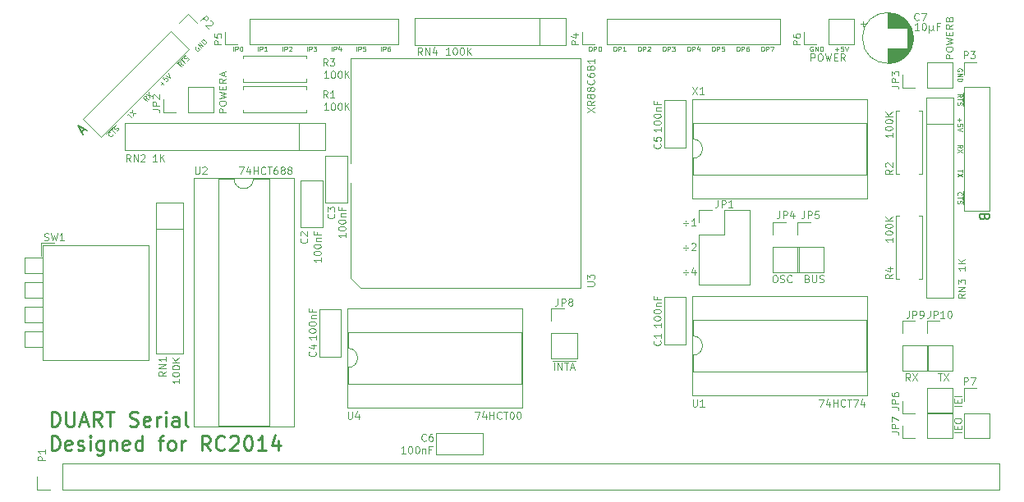
<source format=gto>
G04 #@! TF.FileFunction,Legend,Top*
%FSLAX46Y46*%
G04 Gerber Fmt 4.6, Leading zero omitted, Abs format (unit mm)*
G04 Created by KiCad (PCBNEW 4.0.5) date Tue Apr  7 08:39:51 2020*
%MOMM*%
%LPD*%
G01*
G04 APERTURE LIST*
%ADD10C,0.100000*%
%ADD11C,0.050000*%
%ADD12C,0.200000*%
%ADD13C,0.250000*%
%ADD14C,0.120000*%
G04 APERTURE END LIST*
D10*
D11*
X96960657Y-101411881D02*
X96960657Y-101445553D01*
X96926985Y-101512896D01*
X96893313Y-101546568D01*
X96825970Y-101580240D01*
X96758626Y-101580240D01*
X96708119Y-101563404D01*
X96623939Y-101512897D01*
X96573431Y-101462389D01*
X96522924Y-101378209D01*
X96506088Y-101327702D01*
X96506088Y-101260359D01*
X96539760Y-101193014D01*
X96573431Y-101159343D01*
X96640775Y-101125672D01*
X96674447Y-101125672D01*
X96741790Y-100990984D02*
X96943820Y-100788954D01*
X97196359Y-101243522D02*
X96842805Y-100889969D01*
X97381553Y-101024657D02*
X97448897Y-100990984D01*
X97533076Y-100906805D01*
X97549912Y-100856298D01*
X97549912Y-100822626D01*
X97533076Y-100772118D01*
X97499404Y-100738447D01*
X97448897Y-100721610D01*
X97415225Y-100721611D01*
X97364717Y-100738447D01*
X97280538Y-100788955D01*
X97230030Y-100805790D01*
X97196359Y-100805790D01*
X97145851Y-100788955D01*
X97112180Y-100755283D01*
X97095344Y-100704775D01*
X97095343Y-100671103D01*
X97112179Y-100620595D01*
X97196359Y-100536416D01*
X97263702Y-100502745D01*
X96293619Y-101317264D02*
X97253264Y-100357619D01*
D12*
X93753447Y-101173256D02*
X94090164Y-100836538D01*
X93888133Y-101442630D02*
X93416729Y-100499821D01*
X94359538Y-100971225D01*
D13*
X90654143Y-131508571D02*
X90654143Y-130008571D01*
X91011286Y-130008571D01*
X91225571Y-130080000D01*
X91368429Y-130222857D01*
X91439857Y-130365714D01*
X91511286Y-130651429D01*
X91511286Y-130865714D01*
X91439857Y-131151429D01*
X91368429Y-131294286D01*
X91225571Y-131437143D01*
X91011286Y-131508571D01*
X90654143Y-131508571D01*
X92154143Y-130008571D02*
X92154143Y-131222857D01*
X92225571Y-131365714D01*
X92297000Y-131437143D01*
X92439857Y-131508571D01*
X92725571Y-131508571D01*
X92868429Y-131437143D01*
X92939857Y-131365714D01*
X93011286Y-131222857D01*
X93011286Y-130008571D01*
X93654143Y-131080000D02*
X94368429Y-131080000D01*
X93511286Y-131508571D02*
X94011286Y-130008571D01*
X94511286Y-131508571D01*
X95868429Y-131508571D02*
X95368429Y-130794286D01*
X95011286Y-131508571D02*
X95011286Y-130008571D01*
X95582714Y-130008571D01*
X95725572Y-130080000D01*
X95797000Y-130151429D01*
X95868429Y-130294286D01*
X95868429Y-130508571D01*
X95797000Y-130651429D01*
X95725572Y-130722857D01*
X95582714Y-130794286D01*
X95011286Y-130794286D01*
X96297000Y-130008571D02*
X97154143Y-130008571D01*
X96725572Y-131508571D02*
X96725572Y-130008571D01*
X98725571Y-131437143D02*
X98939857Y-131508571D01*
X99297000Y-131508571D01*
X99439857Y-131437143D01*
X99511286Y-131365714D01*
X99582714Y-131222857D01*
X99582714Y-131080000D01*
X99511286Y-130937143D01*
X99439857Y-130865714D01*
X99297000Y-130794286D01*
X99011286Y-130722857D01*
X98868428Y-130651429D01*
X98797000Y-130580000D01*
X98725571Y-130437143D01*
X98725571Y-130294286D01*
X98797000Y-130151429D01*
X98868428Y-130080000D01*
X99011286Y-130008571D01*
X99368428Y-130008571D01*
X99582714Y-130080000D01*
X100796999Y-131437143D02*
X100654142Y-131508571D01*
X100368428Y-131508571D01*
X100225571Y-131437143D01*
X100154142Y-131294286D01*
X100154142Y-130722857D01*
X100225571Y-130580000D01*
X100368428Y-130508571D01*
X100654142Y-130508571D01*
X100796999Y-130580000D01*
X100868428Y-130722857D01*
X100868428Y-130865714D01*
X100154142Y-131008571D01*
X101511285Y-131508571D02*
X101511285Y-130508571D01*
X101511285Y-130794286D02*
X101582713Y-130651429D01*
X101654142Y-130580000D01*
X101796999Y-130508571D01*
X101939856Y-130508571D01*
X102439856Y-131508571D02*
X102439856Y-130508571D01*
X102439856Y-130008571D02*
X102368427Y-130080000D01*
X102439856Y-130151429D01*
X102511284Y-130080000D01*
X102439856Y-130008571D01*
X102439856Y-130151429D01*
X103796999Y-131508571D02*
X103796999Y-130722857D01*
X103725570Y-130580000D01*
X103582713Y-130508571D01*
X103296999Y-130508571D01*
X103154142Y-130580000D01*
X103796999Y-131437143D02*
X103654142Y-131508571D01*
X103296999Y-131508571D01*
X103154142Y-131437143D01*
X103082713Y-131294286D01*
X103082713Y-131151429D01*
X103154142Y-131008571D01*
X103296999Y-130937143D01*
X103654142Y-130937143D01*
X103796999Y-130865714D01*
X104725571Y-131508571D02*
X104582713Y-131437143D01*
X104511285Y-131294286D01*
X104511285Y-130008571D01*
X90654143Y-134008571D02*
X90654143Y-132508571D01*
X91011286Y-132508571D01*
X91225571Y-132580000D01*
X91368429Y-132722857D01*
X91439857Y-132865714D01*
X91511286Y-133151429D01*
X91511286Y-133365714D01*
X91439857Y-133651429D01*
X91368429Y-133794286D01*
X91225571Y-133937143D01*
X91011286Y-134008571D01*
X90654143Y-134008571D01*
X92725571Y-133937143D02*
X92582714Y-134008571D01*
X92297000Y-134008571D01*
X92154143Y-133937143D01*
X92082714Y-133794286D01*
X92082714Y-133222857D01*
X92154143Y-133080000D01*
X92297000Y-133008571D01*
X92582714Y-133008571D01*
X92725571Y-133080000D01*
X92797000Y-133222857D01*
X92797000Y-133365714D01*
X92082714Y-133508571D01*
X93368428Y-133937143D02*
X93511285Y-134008571D01*
X93797000Y-134008571D01*
X93939857Y-133937143D01*
X94011285Y-133794286D01*
X94011285Y-133722857D01*
X93939857Y-133580000D01*
X93797000Y-133508571D01*
X93582714Y-133508571D01*
X93439857Y-133437143D01*
X93368428Y-133294286D01*
X93368428Y-133222857D01*
X93439857Y-133080000D01*
X93582714Y-133008571D01*
X93797000Y-133008571D01*
X93939857Y-133080000D01*
X94654143Y-134008571D02*
X94654143Y-133008571D01*
X94654143Y-132508571D02*
X94582714Y-132580000D01*
X94654143Y-132651429D01*
X94725571Y-132580000D01*
X94654143Y-132508571D01*
X94654143Y-132651429D01*
X96011286Y-133008571D02*
X96011286Y-134222857D01*
X95939857Y-134365714D01*
X95868429Y-134437143D01*
X95725572Y-134508571D01*
X95511286Y-134508571D01*
X95368429Y-134437143D01*
X96011286Y-133937143D02*
X95868429Y-134008571D01*
X95582715Y-134008571D01*
X95439857Y-133937143D01*
X95368429Y-133865714D01*
X95297000Y-133722857D01*
X95297000Y-133294286D01*
X95368429Y-133151429D01*
X95439857Y-133080000D01*
X95582715Y-133008571D01*
X95868429Y-133008571D01*
X96011286Y-133080000D01*
X96725572Y-133008571D02*
X96725572Y-134008571D01*
X96725572Y-133151429D02*
X96797000Y-133080000D01*
X96939858Y-133008571D01*
X97154143Y-133008571D01*
X97297000Y-133080000D01*
X97368429Y-133222857D01*
X97368429Y-134008571D01*
X98654143Y-133937143D02*
X98511286Y-134008571D01*
X98225572Y-134008571D01*
X98082715Y-133937143D01*
X98011286Y-133794286D01*
X98011286Y-133222857D01*
X98082715Y-133080000D01*
X98225572Y-133008571D01*
X98511286Y-133008571D01*
X98654143Y-133080000D01*
X98725572Y-133222857D01*
X98725572Y-133365714D01*
X98011286Y-133508571D01*
X100011286Y-134008571D02*
X100011286Y-132508571D01*
X100011286Y-133937143D02*
X99868429Y-134008571D01*
X99582715Y-134008571D01*
X99439857Y-133937143D01*
X99368429Y-133865714D01*
X99297000Y-133722857D01*
X99297000Y-133294286D01*
X99368429Y-133151429D01*
X99439857Y-133080000D01*
X99582715Y-133008571D01*
X99868429Y-133008571D01*
X100011286Y-133080000D01*
X101654143Y-133008571D02*
X102225572Y-133008571D01*
X101868429Y-134008571D02*
X101868429Y-132722857D01*
X101939857Y-132580000D01*
X102082715Y-132508571D01*
X102225572Y-132508571D01*
X102939858Y-134008571D02*
X102797000Y-133937143D01*
X102725572Y-133865714D01*
X102654143Y-133722857D01*
X102654143Y-133294286D01*
X102725572Y-133151429D01*
X102797000Y-133080000D01*
X102939858Y-133008571D01*
X103154143Y-133008571D01*
X103297000Y-133080000D01*
X103368429Y-133151429D01*
X103439858Y-133294286D01*
X103439858Y-133722857D01*
X103368429Y-133865714D01*
X103297000Y-133937143D01*
X103154143Y-134008571D01*
X102939858Y-134008571D01*
X104082715Y-134008571D02*
X104082715Y-133008571D01*
X104082715Y-133294286D02*
X104154143Y-133151429D01*
X104225572Y-133080000D01*
X104368429Y-133008571D01*
X104511286Y-133008571D01*
X107011286Y-134008571D02*
X106511286Y-133294286D01*
X106154143Y-134008571D02*
X106154143Y-132508571D01*
X106725571Y-132508571D01*
X106868429Y-132580000D01*
X106939857Y-132651429D01*
X107011286Y-132794286D01*
X107011286Y-133008571D01*
X106939857Y-133151429D01*
X106868429Y-133222857D01*
X106725571Y-133294286D01*
X106154143Y-133294286D01*
X108511286Y-133865714D02*
X108439857Y-133937143D01*
X108225571Y-134008571D01*
X108082714Y-134008571D01*
X107868429Y-133937143D01*
X107725571Y-133794286D01*
X107654143Y-133651429D01*
X107582714Y-133365714D01*
X107582714Y-133151429D01*
X107654143Y-132865714D01*
X107725571Y-132722857D01*
X107868429Y-132580000D01*
X108082714Y-132508571D01*
X108225571Y-132508571D01*
X108439857Y-132580000D01*
X108511286Y-132651429D01*
X109082714Y-132651429D02*
X109154143Y-132580000D01*
X109297000Y-132508571D01*
X109654143Y-132508571D01*
X109797000Y-132580000D01*
X109868429Y-132651429D01*
X109939857Y-132794286D01*
X109939857Y-132937143D01*
X109868429Y-133151429D01*
X109011286Y-134008571D01*
X109939857Y-134008571D01*
X110868428Y-132508571D02*
X111011285Y-132508571D01*
X111154142Y-132580000D01*
X111225571Y-132651429D01*
X111297000Y-132794286D01*
X111368428Y-133080000D01*
X111368428Y-133437143D01*
X111297000Y-133722857D01*
X111225571Y-133865714D01*
X111154142Y-133937143D01*
X111011285Y-134008571D01*
X110868428Y-134008571D01*
X110725571Y-133937143D01*
X110654142Y-133865714D01*
X110582714Y-133722857D01*
X110511285Y-133437143D01*
X110511285Y-133080000D01*
X110582714Y-132794286D01*
X110654142Y-132651429D01*
X110725571Y-132580000D01*
X110868428Y-132508571D01*
X112796999Y-134008571D02*
X111939856Y-134008571D01*
X112368428Y-134008571D02*
X112368428Y-132508571D01*
X112225571Y-132722857D01*
X112082713Y-132865714D01*
X111939856Y-132937143D01*
X114082713Y-133008571D02*
X114082713Y-134008571D01*
X113725570Y-132437143D02*
X113368427Y-133508571D01*
X114296999Y-133508571D01*
D10*
X127155143Y-134324286D02*
X126726571Y-134324286D01*
X126940857Y-134324286D02*
X126940857Y-133574286D01*
X126869428Y-133681429D01*
X126798000Y-133752857D01*
X126726571Y-133788571D01*
X127619429Y-133574286D02*
X127690857Y-133574286D01*
X127762286Y-133610000D01*
X127798000Y-133645714D01*
X127833714Y-133717143D01*
X127869429Y-133860000D01*
X127869429Y-134038571D01*
X127833714Y-134181429D01*
X127798000Y-134252857D01*
X127762286Y-134288571D01*
X127690857Y-134324286D01*
X127619429Y-134324286D01*
X127548000Y-134288571D01*
X127512286Y-134252857D01*
X127476571Y-134181429D01*
X127440857Y-134038571D01*
X127440857Y-133860000D01*
X127476571Y-133717143D01*
X127512286Y-133645714D01*
X127548000Y-133610000D01*
X127619429Y-133574286D01*
X128333715Y-133574286D02*
X128405143Y-133574286D01*
X128476572Y-133610000D01*
X128512286Y-133645714D01*
X128548000Y-133717143D01*
X128583715Y-133860000D01*
X128583715Y-134038571D01*
X128548000Y-134181429D01*
X128512286Y-134252857D01*
X128476572Y-134288571D01*
X128405143Y-134324286D01*
X128333715Y-134324286D01*
X128262286Y-134288571D01*
X128226572Y-134252857D01*
X128190857Y-134181429D01*
X128155143Y-134038571D01*
X128155143Y-133860000D01*
X128190857Y-133717143D01*
X128226572Y-133645714D01*
X128262286Y-133610000D01*
X128333715Y-133574286D01*
X128905143Y-133824286D02*
X128905143Y-134324286D01*
X128905143Y-133895714D02*
X128940858Y-133860000D01*
X129012286Y-133824286D01*
X129119429Y-133824286D01*
X129190858Y-133860000D01*
X129226572Y-133931429D01*
X129226572Y-134324286D01*
X129833714Y-133931429D02*
X129583714Y-133931429D01*
X129583714Y-134324286D02*
X129583714Y-133574286D01*
X129940857Y-133574286D01*
X103844286Y-126654429D02*
X103844286Y-127083001D01*
X103844286Y-126868715D02*
X103094286Y-126868715D01*
X103201429Y-126940144D01*
X103272857Y-127011572D01*
X103308571Y-127083001D01*
X103094286Y-126190143D02*
X103094286Y-126118715D01*
X103130000Y-126047286D01*
X103165714Y-126011572D01*
X103237143Y-125975858D01*
X103380000Y-125940143D01*
X103558571Y-125940143D01*
X103701429Y-125975858D01*
X103772857Y-126011572D01*
X103808571Y-126047286D01*
X103844286Y-126118715D01*
X103844286Y-126190143D01*
X103808571Y-126261572D01*
X103772857Y-126297286D01*
X103701429Y-126333001D01*
X103558571Y-126368715D01*
X103380000Y-126368715D01*
X103237143Y-126333001D01*
X103165714Y-126297286D01*
X103130000Y-126261572D01*
X103094286Y-126190143D01*
X103094286Y-125475857D02*
X103094286Y-125404429D01*
X103130000Y-125333000D01*
X103165714Y-125297286D01*
X103237143Y-125261572D01*
X103380000Y-125225857D01*
X103558571Y-125225857D01*
X103701429Y-125261572D01*
X103772857Y-125297286D01*
X103808571Y-125333000D01*
X103844286Y-125404429D01*
X103844286Y-125475857D01*
X103808571Y-125547286D01*
X103772857Y-125583000D01*
X103701429Y-125618715D01*
X103558571Y-125654429D01*
X103380000Y-125654429D01*
X103237143Y-125618715D01*
X103165714Y-125583000D01*
X103130000Y-125547286D01*
X103094286Y-125475857D01*
X103844286Y-124904429D02*
X103094286Y-124904429D01*
X103844286Y-124475857D02*
X103415714Y-124797286D01*
X103094286Y-124475857D02*
X103522857Y-124904429D01*
X117941286Y-122145857D02*
X117941286Y-122574429D01*
X117941286Y-122360143D02*
X117191286Y-122360143D01*
X117298429Y-122431572D01*
X117369857Y-122503000D01*
X117405571Y-122574429D01*
X117191286Y-121681571D02*
X117191286Y-121610143D01*
X117227000Y-121538714D01*
X117262714Y-121503000D01*
X117334143Y-121467286D01*
X117477000Y-121431571D01*
X117655571Y-121431571D01*
X117798429Y-121467286D01*
X117869857Y-121503000D01*
X117905571Y-121538714D01*
X117941286Y-121610143D01*
X117941286Y-121681571D01*
X117905571Y-121753000D01*
X117869857Y-121788714D01*
X117798429Y-121824429D01*
X117655571Y-121860143D01*
X117477000Y-121860143D01*
X117334143Y-121824429D01*
X117262714Y-121788714D01*
X117227000Y-121753000D01*
X117191286Y-121681571D01*
X117191286Y-120967285D02*
X117191286Y-120895857D01*
X117227000Y-120824428D01*
X117262714Y-120788714D01*
X117334143Y-120753000D01*
X117477000Y-120717285D01*
X117655571Y-120717285D01*
X117798429Y-120753000D01*
X117869857Y-120788714D01*
X117905571Y-120824428D01*
X117941286Y-120895857D01*
X117941286Y-120967285D01*
X117905571Y-121038714D01*
X117869857Y-121074428D01*
X117798429Y-121110143D01*
X117655571Y-121145857D01*
X117477000Y-121145857D01*
X117334143Y-121110143D01*
X117262714Y-121074428D01*
X117227000Y-121038714D01*
X117191286Y-120967285D01*
X117441286Y-120395857D02*
X117941286Y-120395857D01*
X117512714Y-120395857D02*
X117477000Y-120360142D01*
X117441286Y-120288714D01*
X117441286Y-120181571D01*
X117477000Y-120110142D01*
X117548429Y-120074428D01*
X117941286Y-120074428D01*
X117548429Y-119467286D02*
X117548429Y-119717286D01*
X117941286Y-119717286D02*
X117191286Y-119717286D01*
X117191286Y-119360143D01*
X134334856Y-130018286D02*
X134834856Y-130018286D01*
X134513427Y-130768286D01*
X135441999Y-130268286D02*
X135441999Y-130768286D01*
X135263428Y-129982571D02*
X135084856Y-130518286D01*
X135549142Y-130518286D01*
X135834856Y-130768286D02*
X135834856Y-130018286D01*
X135834856Y-130375429D02*
X136263428Y-130375429D01*
X136263428Y-130768286D02*
X136263428Y-130018286D01*
X137049142Y-130696857D02*
X137013428Y-130732571D01*
X136906285Y-130768286D01*
X136834856Y-130768286D01*
X136727713Y-130732571D01*
X136656285Y-130661143D01*
X136620570Y-130589714D01*
X136584856Y-130446857D01*
X136584856Y-130339714D01*
X136620570Y-130196857D01*
X136656285Y-130125429D01*
X136727713Y-130054000D01*
X136834856Y-130018286D01*
X136906285Y-130018286D01*
X137013428Y-130054000D01*
X137049142Y-130089714D01*
X137263428Y-130018286D02*
X137691999Y-130018286D01*
X137477713Y-130768286D02*
X137477713Y-130018286D01*
X138084857Y-130018286D02*
X138156285Y-130018286D01*
X138227714Y-130054000D01*
X138263428Y-130089714D01*
X138299142Y-130161143D01*
X138334857Y-130304000D01*
X138334857Y-130482571D01*
X138299142Y-130625429D01*
X138263428Y-130696857D01*
X138227714Y-130732571D01*
X138156285Y-130768286D01*
X138084857Y-130768286D01*
X138013428Y-130732571D01*
X137977714Y-130696857D01*
X137941999Y-130625429D01*
X137906285Y-130482571D01*
X137906285Y-130304000D01*
X137941999Y-130161143D01*
X137977714Y-130089714D01*
X138013428Y-130054000D01*
X138084857Y-130018286D01*
X138799143Y-130018286D02*
X138870571Y-130018286D01*
X138942000Y-130054000D01*
X138977714Y-130089714D01*
X139013428Y-130161143D01*
X139049143Y-130304000D01*
X139049143Y-130482571D01*
X139013428Y-130625429D01*
X138977714Y-130696857D01*
X138942000Y-130732571D01*
X138870571Y-130768286D01*
X138799143Y-130768286D01*
X138727714Y-130732571D01*
X138692000Y-130696857D01*
X138656285Y-130625429D01*
X138620571Y-130482571D01*
X138620571Y-130304000D01*
X138656285Y-130161143D01*
X138692000Y-130089714D01*
X138727714Y-130054000D01*
X138799143Y-130018286D01*
X142510000Y-125688286D02*
X142510000Y-124938286D01*
X142867143Y-125688286D02*
X142867143Y-124938286D01*
X143295715Y-125688286D01*
X143295715Y-124938286D01*
X143545715Y-124938286D02*
X143974286Y-124938286D01*
X143760000Y-125688286D02*
X143760000Y-124938286D01*
X144188572Y-125474000D02*
X144545715Y-125474000D01*
X144117144Y-125688286D02*
X144367144Y-124938286D01*
X144617144Y-125688286D01*
X142331429Y-124809000D02*
X144688572Y-124809000D01*
X184489286Y-132177143D02*
X183739286Y-132177143D01*
X184096429Y-131820000D02*
X184096429Y-131570000D01*
X184489286Y-131462857D02*
X184489286Y-131820000D01*
X183739286Y-131820000D01*
X183739286Y-131462857D01*
X183739286Y-130998571D02*
X183739286Y-130855714D01*
X183775000Y-130784286D01*
X183846429Y-130712857D01*
X183989286Y-130677143D01*
X184239286Y-130677143D01*
X184382143Y-130712857D01*
X184453571Y-130784286D01*
X184489286Y-130855714D01*
X184489286Y-130998571D01*
X184453571Y-131070000D01*
X184382143Y-131141429D01*
X184239286Y-131177143D01*
X183989286Y-131177143D01*
X183846429Y-131141429D01*
X183775000Y-131070000D01*
X183739286Y-130998571D01*
X184489286Y-129422857D02*
X183739286Y-129422857D01*
X184096429Y-129065714D02*
X184096429Y-128815714D01*
X184489286Y-128708571D02*
X184489286Y-129065714D01*
X183739286Y-129065714D01*
X183739286Y-128708571D01*
X184489286Y-128387143D02*
X183739286Y-128387143D01*
X182054572Y-126081286D02*
X182483143Y-126081286D01*
X182268857Y-126831286D02*
X182268857Y-126081286D01*
X182661715Y-126081286D02*
X183161715Y-126831286D01*
X183161715Y-126081286D02*
X182661715Y-126831286D01*
X179199000Y-126831286D02*
X178949000Y-126474143D01*
X178770428Y-126831286D02*
X178770428Y-126081286D01*
X179056143Y-126081286D01*
X179127571Y-126117000D01*
X179163286Y-126152714D01*
X179199000Y-126224143D01*
X179199000Y-126331286D01*
X179163286Y-126402714D01*
X179127571Y-126438429D01*
X179056143Y-126474143D01*
X178770428Y-126474143D01*
X179449000Y-126081286D02*
X179949000Y-126831286D01*
X179949000Y-126081286D02*
X179449000Y-126831286D01*
X169767856Y-128748286D02*
X170267856Y-128748286D01*
X169946427Y-129498286D01*
X170874999Y-128998286D02*
X170874999Y-129498286D01*
X170696428Y-128712571D02*
X170517856Y-129248286D01*
X170982142Y-129248286D01*
X171267856Y-129498286D02*
X171267856Y-128748286D01*
X171267856Y-129105429D02*
X171696428Y-129105429D01*
X171696428Y-129498286D02*
X171696428Y-128748286D01*
X172482142Y-129426857D02*
X172446428Y-129462571D01*
X172339285Y-129498286D01*
X172267856Y-129498286D01*
X172160713Y-129462571D01*
X172089285Y-129391143D01*
X172053570Y-129319714D01*
X172017856Y-129176857D01*
X172017856Y-129069714D01*
X172053570Y-128926857D01*
X172089285Y-128855429D01*
X172160713Y-128784000D01*
X172267856Y-128748286D01*
X172339285Y-128748286D01*
X172446428Y-128784000D01*
X172482142Y-128819714D01*
X172696428Y-128748286D02*
X173124999Y-128748286D01*
X172910713Y-129498286D02*
X172910713Y-128748286D01*
X173303571Y-128748286D02*
X173803571Y-128748286D01*
X173482142Y-129498286D01*
X174410714Y-128998286D02*
X174410714Y-129498286D01*
X174232143Y-128712571D02*
X174053571Y-129248286D01*
X174517857Y-129248286D01*
X153501286Y-120875857D02*
X153501286Y-121304429D01*
X153501286Y-121090143D02*
X152751286Y-121090143D01*
X152858429Y-121161572D01*
X152929857Y-121233000D01*
X152965571Y-121304429D01*
X152751286Y-120411571D02*
X152751286Y-120340143D01*
X152787000Y-120268714D01*
X152822714Y-120233000D01*
X152894143Y-120197286D01*
X153037000Y-120161571D01*
X153215571Y-120161571D01*
X153358429Y-120197286D01*
X153429857Y-120233000D01*
X153465571Y-120268714D01*
X153501286Y-120340143D01*
X153501286Y-120411571D01*
X153465571Y-120483000D01*
X153429857Y-120518714D01*
X153358429Y-120554429D01*
X153215571Y-120590143D01*
X153037000Y-120590143D01*
X152894143Y-120554429D01*
X152822714Y-120518714D01*
X152787000Y-120483000D01*
X152751286Y-120411571D01*
X152751286Y-119697285D02*
X152751286Y-119625857D01*
X152787000Y-119554428D01*
X152822714Y-119518714D01*
X152894143Y-119483000D01*
X153037000Y-119447285D01*
X153215571Y-119447285D01*
X153358429Y-119483000D01*
X153429857Y-119518714D01*
X153465571Y-119554428D01*
X153501286Y-119625857D01*
X153501286Y-119697285D01*
X153465571Y-119768714D01*
X153429857Y-119804428D01*
X153358429Y-119840143D01*
X153215571Y-119875857D01*
X153037000Y-119875857D01*
X152894143Y-119840143D01*
X152822714Y-119804428D01*
X152787000Y-119768714D01*
X152751286Y-119697285D01*
X153001286Y-119125857D02*
X153501286Y-119125857D01*
X153072714Y-119125857D02*
X153037000Y-119090142D01*
X153001286Y-119018714D01*
X153001286Y-118911571D01*
X153037000Y-118840142D01*
X153108429Y-118804428D01*
X153501286Y-118804428D01*
X153108429Y-118197286D02*
X153108429Y-118447286D01*
X153501286Y-118447286D02*
X152751286Y-118447286D01*
X152751286Y-118090143D01*
X168594571Y-116278429D02*
X168701714Y-116314143D01*
X168737429Y-116349857D01*
X168773143Y-116421286D01*
X168773143Y-116528429D01*
X168737429Y-116599857D01*
X168701714Y-116635571D01*
X168630286Y-116671286D01*
X168344571Y-116671286D01*
X168344571Y-115921286D01*
X168594571Y-115921286D01*
X168666000Y-115957000D01*
X168701714Y-115992714D01*
X168737429Y-116064143D01*
X168737429Y-116135571D01*
X168701714Y-116207000D01*
X168666000Y-116242714D01*
X168594571Y-116278429D01*
X168344571Y-116278429D01*
X169094571Y-115921286D02*
X169094571Y-116528429D01*
X169130286Y-116599857D01*
X169166000Y-116635571D01*
X169237429Y-116671286D01*
X169380286Y-116671286D01*
X169451714Y-116635571D01*
X169487429Y-116599857D01*
X169523143Y-116528429D01*
X169523143Y-115921286D01*
X169844571Y-116635571D02*
X169951714Y-116671286D01*
X170130285Y-116671286D01*
X170201714Y-116635571D01*
X170237428Y-116599857D01*
X170273143Y-116528429D01*
X170273143Y-116457000D01*
X170237428Y-116385571D01*
X170201714Y-116349857D01*
X170130285Y-116314143D01*
X169987428Y-116278429D01*
X169916000Y-116242714D01*
X169880285Y-116207000D01*
X169844571Y-116135571D01*
X169844571Y-116064143D01*
X169880285Y-115992714D01*
X169916000Y-115957000D01*
X169987428Y-115921286D01*
X170166000Y-115921286D01*
X170273143Y-115957000D01*
X165185429Y-115921286D02*
X165328286Y-115921286D01*
X165399714Y-115957000D01*
X165471143Y-116028429D01*
X165506857Y-116171286D01*
X165506857Y-116421286D01*
X165471143Y-116564143D01*
X165399714Y-116635571D01*
X165328286Y-116671286D01*
X165185429Y-116671286D01*
X165114000Y-116635571D01*
X165042571Y-116564143D01*
X165006857Y-116421286D01*
X165006857Y-116171286D01*
X165042571Y-116028429D01*
X165114000Y-115957000D01*
X165185429Y-115921286D01*
X165792571Y-116635571D02*
X165899714Y-116671286D01*
X166078285Y-116671286D01*
X166149714Y-116635571D01*
X166185428Y-116599857D01*
X166221143Y-116528429D01*
X166221143Y-116457000D01*
X166185428Y-116385571D01*
X166149714Y-116349857D01*
X166078285Y-116314143D01*
X165935428Y-116278429D01*
X165864000Y-116242714D01*
X165828285Y-116207000D01*
X165792571Y-116135571D01*
X165792571Y-116064143D01*
X165828285Y-115992714D01*
X165864000Y-115957000D01*
X165935428Y-115921286D01*
X166114000Y-115921286D01*
X166221143Y-115957000D01*
X166971143Y-116599857D02*
X166935429Y-116635571D01*
X166828286Y-116671286D01*
X166756857Y-116671286D01*
X166649714Y-116635571D01*
X166578286Y-116564143D01*
X166542571Y-116492714D01*
X166506857Y-116349857D01*
X166506857Y-116242714D01*
X166542571Y-116099857D01*
X166578286Y-116028429D01*
X166649714Y-115957000D01*
X166756857Y-115921286D01*
X166828286Y-115921286D01*
X166935429Y-115957000D01*
X166971143Y-115992714D01*
X156333143Y-115623571D02*
X155761714Y-115623571D01*
X156047429Y-115802143D02*
X156083143Y-115837857D01*
X156047429Y-115873571D01*
X156011714Y-115837857D01*
X156047429Y-115802143D01*
X156047429Y-115873571D01*
X156047429Y-115373571D02*
X156083143Y-115409286D01*
X156047429Y-115445000D01*
X156011714Y-115409286D01*
X156047429Y-115373571D01*
X156047429Y-115445000D01*
X157011714Y-115409286D02*
X157011714Y-115909286D01*
X156833143Y-115123571D02*
X156654571Y-115659286D01*
X157118857Y-115659286D01*
X156333143Y-113083571D02*
X155761714Y-113083571D01*
X156047429Y-113262143D02*
X156083143Y-113297857D01*
X156047429Y-113333571D01*
X156011714Y-113297857D01*
X156047429Y-113262143D01*
X156047429Y-113333571D01*
X156047429Y-112833571D02*
X156083143Y-112869286D01*
X156047429Y-112905000D01*
X156011714Y-112869286D01*
X156047429Y-112833571D01*
X156047429Y-112905000D01*
X156654571Y-112690714D02*
X156690285Y-112655000D01*
X156761714Y-112619286D01*
X156940285Y-112619286D01*
X157011714Y-112655000D01*
X157047428Y-112690714D01*
X157083143Y-112762143D01*
X157083143Y-112833571D01*
X157047428Y-112940714D01*
X156618857Y-113369286D01*
X157083143Y-113369286D01*
X156333143Y-110543571D02*
X155761714Y-110543571D01*
X156047429Y-110722143D02*
X156083143Y-110757857D01*
X156047429Y-110793571D01*
X156011714Y-110757857D01*
X156047429Y-110722143D01*
X156047429Y-110793571D01*
X156047429Y-110293571D02*
X156083143Y-110329286D01*
X156047429Y-110365000D01*
X156011714Y-110329286D01*
X156047429Y-110293571D01*
X156047429Y-110365000D01*
X157083143Y-110829286D02*
X156654571Y-110829286D01*
X156868857Y-110829286D02*
X156868857Y-110079286D01*
X156797428Y-110186429D01*
X156726000Y-110257857D01*
X156654571Y-110293571D01*
X153501286Y-100682857D02*
X153501286Y-101111429D01*
X153501286Y-100897143D02*
X152751286Y-100897143D01*
X152858429Y-100968572D01*
X152929857Y-101040000D01*
X152965571Y-101111429D01*
X152751286Y-100218571D02*
X152751286Y-100147143D01*
X152787000Y-100075714D01*
X152822714Y-100040000D01*
X152894143Y-100004286D01*
X153037000Y-99968571D01*
X153215571Y-99968571D01*
X153358429Y-100004286D01*
X153429857Y-100040000D01*
X153465571Y-100075714D01*
X153501286Y-100147143D01*
X153501286Y-100218571D01*
X153465571Y-100290000D01*
X153429857Y-100325714D01*
X153358429Y-100361429D01*
X153215571Y-100397143D01*
X153037000Y-100397143D01*
X152894143Y-100361429D01*
X152822714Y-100325714D01*
X152787000Y-100290000D01*
X152751286Y-100218571D01*
X152751286Y-99504285D02*
X152751286Y-99432857D01*
X152787000Y-99361428D01*
X152822714Y-99325714D01*
X152894143Y-99290000D01*
X153037000Y-99254285D01*
X153215571Y-99254285D01*
X153358429Y-99290000D01*
X153429857Y-99325714D01*
X153465571Y-99361428D01*
X153501286Y-99432857D01*
X153501286Y-99504285D01*
X153465571Y-99575714D01*
X153429857Y-99611428D01*
X153358429Y-99647143D01*
X153215571Y-99682857D01*
X153037000Y-99682857D01*
X152894143Y-99647143D01*
X152822714Y-99611428D01*
X152787000Y-99575714D01*
X152751286Y-99504285D01*
X153001286Y-98932857D02*
X153501286Y-98932857D01*
X153072714Y-98932857D02*
X153037000Y-98897142D01*
X153001286Y-98825714D01*
X153001286Y-98718571D01*
X153037000Y-98647142D01*
X153108429Y-98611428D01*
X153501286Y-98611428D01*
X153108429Y-98004286D02*
X153108429Y-98254286D01*
X153501286Y-98254286D02*
X152751286Y-98254286D01*
X152751286Y-97897143D01*
X184870286Y-114998571D02*
X184870286Y-115427143D01*
X184870286Y-115212857D02*
X184120286Y-115212857D01*
X184227429Y-115284286D01*
X184298857Y-115355714D01*
X184334571Y-115427143D01*
X184870286Y-114677143D02*
X184120286Y-114677143D01*
X184870286Y-114248571D02*
X184441714Y-114570000D01*
X184120286Y-114248571D02*
X184548857Y-114677143D01*
X177377286Y-112049429D02*
X177377286Y-112478001D01*
X177377286Y-112263715D02*
X176627286Y-112263715D01*
X176734429Y-112335144D01*
X176805857Y-112406572D01*
X176841571Y-112478001D01*
X176627286Y-111585143D02*
X176627286Y-111513715D01*
X176663000Y-111442286D01*
X176698714Y-111406572D01*
X176770143Y-111370858D01*
X176913000Y-111335143D01*
X177091571Y-111335143D01*
X177234429Y-111370858D01*
X177305857Y-111406572D01*
X177341571Y-111442286D01*
X177377286Y-111513715D01*
X177377286Y-111585143D01*
X177341571Y-111656572D01*
X177305857Y-111692286D01*
X177234429Y-111728001D01*
X177091571Y-111763715D01*
X176913000Y-111763715D01*
X176770143Y-111728001D01*
X176698714Y-111692286D01*
X176663000Y-111656572D01*
X176627286Y-111585143D01*
X176627286Y-110870857D02*
X176627286Y-110799429D01*
X176663000Y-110728000D01*
X176698714Y-110692286D01*
X176770143Y-110656572D01*
X176913000Y-110620857D01*
X177091571Y-110620857D01*
X177234429Y-110656572D01*
X177305857Y-110692286D01*
X177341571Y-110728000D01*
X177377286Y-110799429D01*
X177377286Y-110870857D01*
X177341571Y-110942286D01*
X177305857Y-110978000D01*
X177234429Y-111013715D01*
X177091571Y-111049429D01*
X176913000Y-111049429D01*
X176770143Y-111013715D01*
X176698714Y-110978000D01*
X176663000Y-110942286D01*
X176627286Y-110870857D01*
X177377286Y-110299429D02*
X176627286Y-110299429D01*
X177377286Y-109870857D02*
X176948714Y-110192286D01*
X176627286Y-109870857D02*
X177055857Y-110299429D01*
X177377286Y-101254429D02*
X177377286Y-101683001D01*
X177377286Y-101468715D02*
X176627286Y-101468715D01*
X176734429Y-101540144D01*
X176805857Y-101611572D01*
X176841571Y-101683001D01*
X176627286Y-100790143D02*
X176627286Y-100718715D01*
X176663000Y-100647286D01*
X176698714Y-100611572D01*
X176770143Y-100575858D01*
X176913000Y-100540143D01*
X177091571Y-100540143D01*
X177234429Y-100575858D01*
X177305857Y-100611572D01*
X177341571Y-100647286D01*
X177377286Y-100718715D01*
X177377286Y-100790143D01*
X177341571Y-100861572D01*
X177305857Y-100897286D01*
X177234429Y-100933001D01*
X177091571Y-100968715D01*
X176913000Y-100968715D01*
X176770143Y-100933001D01*
X176698714Y-100897286D01*
X176663000Y-100861572D01*
X176627286Y-100790143D01*
X176627286Y-100075857D02*
X176627286Y-100004429D01*
X176663000Y-99933000D01*
X176698714Y-99897286D01*
X176770143Y-99861572D01*
X176913000Y-99825857D01*
X177091571Y-99825857D01*
X177234429Y-99861572D01*
X177305857Y-99897286D01*
X177341571Y-99933000D01*
X177377286Y-100004429D01*
X177377286Y-100075857D01*
X177341571Y-100147286D01*
X177305857Y-100183000D01*
X177234429Y-100218715D01*
X177091571Y-100254429D01*
X176913000Y-100254429D01*
X176770143Y-100218715D01*
X176698714Y-100183000D01*
X176663000Y-100147286D01*
X176627286Y-100075857D01*
X177377286Y-99504429D02*
X176627286Y-99504429D01*
X177377286Y-99075857D02*
X176948714Y-99397286D01*
X176627286Y-99075857D02*
X177055857Y-99504429D01*
D12*
X186888429Y-109918429D02*
X186840810Y-110061286D01*
X186793190Y-110108905D01*
X186697952Y-110156524D01*
X186555095Y-110156524D01*
X186459857Y-110108905D01*
X186412238Y-110061286D01*
X186364619Y-109966048D01*
X186364619Y-109585095D01*
X187364619Y-109585095D01*
X187364619Y-109918429D01*
X187317000Y-110013667D01*
X187269381Y-110061286D01*
X187174143Y-110108905D01*
X187078905Y-110108905D01*
X186983667Y-110061286D01*
X186936048Y-110013667D01*
X186888429Y-109918429D01*
X186888429Y-109585095D01*
D11*
X184098429Y-107676191D02*
X184074619Y-107652381D01*
X184050810Y-107580953D01*
X184050810Y-107533334D01*
X184074619Y-107461905D01*
X184122238Y-107414286D01*
X184169857Y-107390477D01*
X184265095Y-107366667D01*
X184336524Y-107366667D01*
X184431762Y-107390477D01*
X184479381Y-107414286D01*
X184527000Y-107461905D01*
X184550810Y-107533334D01*
X184550810Y-107580953D01*
X184527000Y-107652381D01*
X184503190Y-107676191D01*
X184550810Y-107819048D02*
X184550810Y-108104762D01*
X184050810Y-107961905D02*
X184550810Y-107961905D01*
X184074619Y-108247619D02*
X184050810Y-108319048D01*
X184050810Y-108438095D01*
X184074619Y-108485714D01*
X184098429Y-108509524D01*
X184146048Y-108533333D01*
X184193667Y-108533333D01*
X184241286Y-108509524D01*
X184265095Y-108485714D01*
X184288905Y-108438095D01*
X184312714Y-108342857D01*
X184336524Y-108295238D01*
X184360333Y-108271429D01*
X184407952Y-108247619D01*
X184455571Y-108247619D01*
X184503190Y-108271429D01*
X184527000Y-108295238D01*
X184550810Y-108342857D01*
X184550810Y-108461905D01*
X184527000Y-108533333D01*
X184637000Y-107271429D02*
X184637000Y-108628571D01*
X184550810Y-105029048D02*
X184550810Y-105314762D01*
X184050810Y-105171905D02*
X184550810Y-105171905D01*
X184550810Y-105433810D02*
X184050810Y-105767143D01*
X184550810Y-105767143D02*
X184050810Y-105433810D01*
X184050810Y-102786667D02*
X184288905Y-102620000D01*
X184050810Y-102500953D02*
X184550810Y-102500953D01*
X184550810Y-102691429D01*
X184527000Y-102739048D01*
X184503190Y-102762857D01*
X184455571Y-102786667D01*
X184384143Y-102786667D01*
X184336524Y-102762857D01*
X184312714Y-102739048D01*
X184288905Y-102691429D01*
X184288905Y-102500953D01*
X184550810Y-102953334D02*
X184050810Y-103286667D01*
X184550810Y-103286667D02*
X184050810Y-102953334D01*
X184241286Y-99687144D02*
X184241286Y-100068096D01*
X184050810Y-99877620D02*
X184431762Y-99877620D01*
X184550810Y-100544287D02*
X184550810Y-100306192D01*
X184312714Y-100282382D01*
X184336524Y-100306192D01*
X184360333Y-100353811D01*
X184360333Y-100472858D01*
X184336524Y-100520477D01*
X184312714Y-100544287D01*
X184265095Y-100568096D01*
X184146048Y-100568096D01*
X184098429Y-100544287D01*
X184074619Y-100520477D01*
X184050810Y-100472858D01*
X184050810Y-100353811D01*
X184074619Y-100306192D01*
X184098429Y-100282382D01*
X184550810Y-100710953D02*
X184050810Y-100877620D01*
X184550810Y-101044286D01*
X184050810Y-97516191D02*
X184288905Y-97349524D01*
X184050810Y-97230477D02*
X184550810Y-97230477D01*
X184550810Y-97420953D01*
X184527000Y-97468572D01*
X184503190Y-97492381D01*
X184455571Y-97516191D01*
X184384143Y-97516191D01*
X184336524Y-97492381D01*
X184312714Y-97468572D01*
X184288905Y-97420953D01*
X184288905Y-97230477D01*
X184550810Y-97659048D02*
X184550810Y-97944762D01*
X184050810Y-97801905D02*
X184550810Y-97801905D01*
X184074619Y-98087619D02*
X184050810Y-98159048D01*
X184050810Y-98278095D01*
X184074619Y-98325714D01*
X184098429Y-98349524D01*
X184146048Y-98373333D01*
X184193667Y-98373333D01*
X184241286Y-98349524D01*
X184265095Y-98325714D01*
X184288905Y-98278095D01*
X184312714Y-98182857D01*
X184336524Y-98135238D01*
X184360333Y-98111429D01*
X184407952Y-98087619D01*
X184455571Y-98087619D01*
X184503190Y-98111429D01*
X184527000Y-98135238D01*
X184550810Y-98182857D01*
X184550810Y-98301905D01*
X184527000Y-98373333D01*
X184637000Y-97111429D02*
X184637000Y-98468571D01*
X184527000Y-94869047D02*
X184550810Y-94821428D01*
X184550810Y-94750000D01*
X184527000Y-94678571D01*
X184479381Y-94630952D01*
X184431762Y-94607143D01*
X184336524Y-94583333D01*
X184265095Y-94583333D01*
X184169857Y-94607143D01*
X184122238Y-94630952D01*
X184074619Y-94678571D01*
X184050810Y-94750000D01*
X184050810Y-94797619D01*
X184074619Y-94869047D01*
X184098429Y-94892857D01*
X184265095Y-94892857D01*
X184265095Y-94797619D01*
X184050810Y-95107143D02*
X184550810Y-95107143D01*
X184050810Y-95392857D01*
X184550810Y-95392857D01*
X184050810Y-95630953D02*
X184550810Y-95630953D01*
X184550810Y-95750000D01*
X184527000Y-95821429D01*
X184479381Y-95869048D01*
X184431762Y-95892857D01*
X184336524Y-95916667D01*
X184265095Y-95916667D01*
X184169857Y-95892857D01*
X184122238Y-95869048D01*
X184074619Y-95821429D01*
X184050810Y-95750000D01*
X184050810Y-95630953D01*
D10*
X183600286Y-93547429D02*
X182850286Y-93547429D01*
X182850286Y-93261714D01*
X182886000Y-93190286D01*
X182921714Y-93154571D01*
X182993143Y-93118857D01*
X183100286Y-93118857D01*
X183171714Y-93154571D01*
X183207429Y-93190286D01*
X183243143Y-93261714D01*
X183243143Y-93547429D01*
X182850286Y-92654571D02*
X182850286Y-92511714D01*
X182886000Y-92440286D01*
X182957429Y-92368857D01*
X183100286Y-92333143D01*
X183350286Y-92333143D01*
X183493143Y-92368857D01*
X183564571Y-92440286D01*
X183600286Y-92511714D01*
X183600286Y-92654571D01*
X183564571Y-92726000D01*
X183493143Y-92797429D01*
X183350286Y-92833143D01*
X183100286Y-92833143D01*
X182957429Y-92797429D01*
X182886000Y-92726000D01*
X182850286Y-92654571D01*
X182850286Y-92083143D02*
X183600286Y-91904572D01*
X183064571Y-91761715D01*
X183600286Y-91618857D01*
X182850286Y-91440286D01*
X183207429Y-91154572D02*
X183207429Y-90904572D01*
X183600286Y-90797429D02*
X183600286Y-91154572D01*
X182850286Y-91154572D01*
X182850286Y-90797429D01*
X183600286Y-90047429D02*
X183243143Y-90297429D01*
X183600286Y-90476001D02*
X182850286Y-90476001D01*
X182850286Y-90190286D01*
X182886000Y-90118858D01*
X182921714Y-90083143D01*
X182993143Y-90047429D01*
X183100286Y-90047429D01*
X183171714Y-90083143D01*
X183207429Y-90118858D01*
X183243143Y-90190286D01*
X183243143Y-90476001D01*
X183207429Y-89476001D02*
X183243143Y-89368858D01*
X183278857Y-89333143D01*
X183350286Y-89297429D01*
X183457429Y-89297429D01*
X183528857Y-89333143D01*
X183564571Y-89368858D01*
X183600286Y-89440286D01*
X183600286Y-89726001D01*
X182850286Y-89726001D01*
X182850286Y-89476001D01*
X182886000Y-89404572D01*
X182921714Y-89368858D01*
X182993143Y-89333143D01*
X183064571Y-89333143D01*
X183136000Y-89368858D01*
X183171714Y-89404572D01*
X183207429Y-89476001D01*
X183207429Y-89726001D01*
X180117858Y-90636286D02*
X179689286Y-90636286D01*
X179903572Y-90636286D02*
X179903572Y-89886286D01*
X179832143Y-89993429D01*
X179760715Y-90064857D01*
X179689286Y-90100571D01*
X180582144Y-89886286D02*
X180653572Y-89886286D01*
X180725001Y-89922000D01*
X180760715Y-89957714D01*
X180796429Y-90029143D01*
X180832144Y-90172000D01*
X180832144Y-90350571D01*
X180796429Y-90493429D01*
X180760715Y-90564857D01*
X180725001Y-90600571D01*
X180653572Y-90636286D01*
X180582144Y-90636286D01*
X180510715Y-90600571D01*
X180475001Y-90564857D01*
X180439286Y-90493429D01*
X180403572Y-90350571D01*
X180403572Y-90172000D01*
X180439286Y-90029143D01*
X180475001Y-89957714D01*
X180510715Y-89922000D01*
X180582144Y-89886286D01*
X181153572Y-90136286D02*
X181153572Y-90886286D01*
X181510715Y-90529143D02*
X181546430Y-90600571D01*
X181617858Y-90636286D01*
X181153572Y-90529143D02*
X181189287Y-90600571D01*
X181260715Y-90636286D01*
X181403572Y-90636286D01*
X181475001Y-90600571D01*
X181510715Y-90529143D01*
X181510715Y-90136286D01*
X182189286Y-90243429D02*
X181939286Y-90243429D01*
X181939286Y-90636286D02*
X181939286Y-89886286D01*
X182296429Y-89886286D01*
X168955857Y-93811286D02*
X168955857Y-93061286D01*
X169241572Y-93061286D01*
X169313000Y-93097000D01*
X169348715Y-93132714D01*
X169384429Y-93204143D01*
X169384429Y-93311286D01*
X169348715Y-93382714D01*
X169313000Y-93418429D01*
X169241572Y-93454143D01*
X168955857Y-93454143D01*
X169848715Y-93061286D02*
X169991572Y-93061286D01*
X170063000Y-93097000D01*
X170134429Y-93168429D01*
X170170143Y-93311286D01*
X170170143Y-93561286D01*
X170134429Y-93704143D01*
X170063000Y-93775571D01*
X169991572Y-93811286D01*
X169848715Y-93811286D01*
X169777286Y-93775571D01*
X169705857Y-93704143D01*
X169670143Y-93561286D01*
X169670143Y-93311286D01*
X169705857Y-93168429D01*
X169777286Y-93097000D01*
X169848715Y-93061286D01*
X170420143Y-93061286D02*
X170598714Y-93811286D01*
X170741571Y-93275571D01*
X170884429Y-93811286D01*
X171063000Y-93061286D01*
X171348714Y-93418429D02*
X171598714Y-93418429D01*
X171705857Y-93811286D02*
X171348714Y-93811286D01*
X171348714Y-93061286D01*
X171705857Y-93061286D01*
X172455857Y-93811286D02*
X172205857Y-93454143D01*
X172027285Y-93811286D02*
X172027285Y-93061286D01*
X172313000Y-93061286D01*
X172384428Y-93097000D01*
X172420143Y-93132714D01*
X172455857Y-93204143D01*
X172455857Y-93311286D01*
X172420143Y-93382714D01*
X172384428Y-93418429D01*
X172313000Y-93454143D01*
X172027285Y-93454143D01*
D11*
X171442144Y-92618714D02*
X171823096Y-92618714D01*
X171632620Y-92809190D02*
X171632620Y-92428238D01*
X172299287Y-92309190D02*
X172061192Y-92309190D01*
X172037382Y-92547286D01*
X172061192Y-92523476D01*
X172108811Y-92499667D01*
X172227858Y-92499667D01*
X172275477Y-92523476D01*
X172299287Y-92547286D01*
X172323096Y-92594905D01*
X172323096Y-92713952D01*
X172299287Y-92761571D01*
X172275477Y-92785381D01*
X172227858Y-92809190D01*
X172108811Y-92809190D01*
X172061192Y-92785381D01*
X172037382Y-92761571D01*
X172465953Y-92309190D02*
X172632620Y-92809190D01*
X172799286Y-92309190D01*
X169164047Y-92333000D02*
X169116428Y-92309190D01*
X169045000Y-92309190D01*
X168973571Y-92333000D01*
X168925952Y-92380619D01*
X168902143Y-92428238D01*
X168878333Y-92523476D01*
X168878333Y-92594905D01*
X168902143Y-92690143D01*
X168925952Y-92737762D01*
X168973571Y-92785381D01*
X169045000Y-92809190D01*
X169092619Y-92809190D01*
X169164047Y-92785381D01*
X169187857Y-92761571D01*
X169187857Y-92594905D01*
X169092619Y-92594905D01*
X169402143Y-92809190D02*
X169402143Y-92309190D01*
X169687857Y-92809190D01*
X169687857Y-92309190D01*
X169925953Y-92809190D02*
X169925953Y-92309190D01*
X170045000Y-92309190D01*
X170116429Y-92333000D01*
X170164048Y-92380619D01*
X170187857Y-92428238D01*
X170211667Y-92523476D01*
X170211667Y-92594905D01*
X170187857Y-92690143D01*
X170164048Y-92737762D01*
X170116429Y-92785381D01*
X170045000Y-92809190D01*
X169925953Y-92809190D01*
X163929286Y-92309190D02*
X164024524Y-92309190D01*
X164072143Y-92333000D01*
X164119762Y-92380619D01*
X164143571Y-92475857D01*
X164143571Y-92642524D01*
X164119762Y-92737762D01*
X164072143Y-92785381D01*
X164024524Y-92809190D01*
X163929286Y-92809190D01*
X163881667Y-92785381D01*
X163834048Y-92737762D01*
X163810238Y-92642524D01*
X163810238Y-92475857D01*
X163834048Y-92380619D01*
X163881667Y-92333000D01*
X163929286Y-92309190D01*
X164357858Y-92809190D02*
X164357858Y-92309190D01*
X164548334Y-92309190D01*
X164595953Y-92333000D01*
X164619762Y-92356810D01*
X164643572Y-92404429D01*
X164643572Y-92475857D01*
X164619762Y-92523476D01*
X164595953Y-92547286D01*
X164548334Y-92571095D01*
X164357858Y-92571095D01*
X164810239Y-92309190D02*
X165143572Y-92309190D01*
X164929286Y-92809190D01*
X161389286Y-92309190D02*
X161484524Y-92309190D01*
X161532143Y-92333000D01*
X161579762Y-92380619D01*
X161603571Y-92475857D01*
X161603571Y-92642524D01*
X161579762Y-92737762D01*
X161532143Y-92785381D01*
X161484524Y-92809190D01*
X161389286Y-92809190D01*
X161341667Y-92785381D01*
X161294048Y-92737762D01*
X161270238Y-92642524D01*
X161270238Y-92475857D01*
X161294048Y-92380619D01*
X161341667Y-92333000D01*
X161389286Y-92309190D01*
X161817858Y-92809190D02*
X161817858Y-92309190D01*
X162008334Y-92309190D01*
X162055953Y-92333000D01*
X162079762Y-92356810D01*
X162103572Y-92404429D01*
X162103572Y-92475857D01*
X162079762Y-92523476D01*
X162055953Y-92547286D01*
X162008334Y-92571095D01*
X161817858Y-92571095D01*
X162532143Y-92309190D02*
X162436905Y-92309190D01*
X162389286Y-92333000D01*
X162365477Y-92356810D01*
X162317858Y-92428238D01*
X162294048Y-92523476D01*
X162294048Y-92713952D01*
X162317858Y-92761571D01*
X162341667Y-92785381D01*
X162389286Y-92809190D01*
X162484524Y-92809190D01*
X162532143Y-92785381D01*
X162555953Y-92761571D01*
X162579762Y-92713952D01*
X162579762Y-92594905D01*
X162555953Y-92547286D01*
X162532143Y-92523476D01*
X162484524Y-92499667D01*
X162389286Y-92499667D01*
X162341667Y-92523476D01*
X162317858Y-92547286D01*
X162294048Y-92594905D01*
X158849286Y-92309190D02*
X158944524Y-92309190D01*
X158992143Y-92333000D01*
X159039762Y-92380619D01*
X159063571Y-92475857D01*
X159063571Y-92642524D01*
X159039762Y-92737762D01*
X158992143Y-92785381D01*
X158944524Y-92809190D01*
X158849286Y-92809190D01*
X158801667Y-92785381D01*
X158754048Y-92737762D01*
X158730238Y-92642524D01*
X158730238Y-92475857D01*
X158754048Y-92380619D01*
X158801667Y-92333000D01*
X158849286Y-92309190D01*
X159277858Y-92809190D02*
X159277858Y-92309190D01*
X159468334Y-92309190D01*
X159515953Y-92333000D01*
X159539762Y-92356810D01*
X159563572Y-92404429D01*
X159563572Y-92475857D01*
X159539762Y-92523476D01*
X159515953Y-92547286D01*
X159468334Y-92571095D01*
X159277858Y-92571095D01*
X160015953Y-92309190D02*
X159777858Y-92309190D01*
X159754048Y-92547286D01*
X159777858Y-92523476D01*
X159825477Y-92499667D01*
X159944524Y-92499667D01*
X159992143Y-92523476D01*
X160015953Y-92547286D01*
X160039762Y-92594905D01*
X160039762Y-92713952D01*
X160015953Y-92761571D01*
X159992143Y-92785381D01*
X159944524Y-92809190D01*
X159825477Y-92809190D01*
X159777858Y-92785381D01*
X159754048Y-92761571D01*
X156309286Y-92309190D02*
X156404524Y-92309190D01*
X156452143Y-92333000D01*
X156499762Y-92380619D01*
X156523571Y-92475857D01*
X156523571Y-92642524D01*
X156499762Y-92737762D01*
X156452143Y-92785381D01*
X156404524Y-92809190D01*
X156309286Y-92809190D01*
X156261667Y-92785381D01*
X156214048Y-92737762D01*
X156190238Y-92642524D01*
X156190238Y-92475857D01*
X156214048Y-92380619D01*
X156261667Y-92333000D01*
X156309286Y-92309190D01*
X156737858Y-92809190D02*
X156737858Y-92309190D01*
X156928334Y-92309190D01*
X156975953Y-92333000D01*
X156999762Y-92356810D01*
X157023572Y-92404429D01*
X157023572Y-92475857D01*
X156999762Y-92523476D01*
X156975953Y-92547286D01*
X156928334Y-92571095D01*
X156737858Y-92571095D01*
X157452143Y-92475857D02*
X157452143Y-92809190D01*
X157333096Y-92285381D02*
X157214048Y-92642524D01*
X157523572Y-92642524D01*
X153769286Y-92309190D02*
X153864524Y-92309190D01*
X153912143Y-92333000D01*
X153959762Y-92380619D01*
X153983571Y-92475857D01*
X153983571Y-92642524D01*
X153959762Y-92737762D01*
X153912143Y-92785381D01*
X153864524Y-92809190D01*
X153769286Y-92809190D01*
X153721667Y-92785381D01*
X153674048Y-92737762D01*
X153650238Y-92642524D01*
X153650238Y-92475857D01*
X153674048Y-92380619D01*
X153721667Y-92333000D01*
X153769286Y-92309190D01*
X154197858Y-92809190D02*
X154197858Y-92309190D01*
X154388334Y-92309190D01*
X154435953Y-92333000D01*
X154459762Y-92356810D01*
X154483572Y-92404429D01*
X154483572Y-92475857D01*
X154459762Y-92523476D01*
X154435953Y-92547286D01*
X154388334Y-92571095D01*
X154197858Y-92571095D01*
X154650239Y-92309190D02*
X154959762Y-92309190D01*
X154793096Y-92499667D01*
X154864524Y-92499667D01*
X154912143Y-92523476D01*
X154935953Y-92547286D01*
X154959762Y-92594905D01*
X154959762Y-92713952D01*
X154935953Y-92761571D01*
X154912143Y-92785381D01*
X154864524Y-92809190D01*
X154721667Y-92809190D01*
X154674048Y-92785381D01*
X154650239Y-92761571D01*
X151229286Y-92309190D02*
X151324524Y-92309190D01*
X151372143Y-92333000D01*
X151419762Y-92380619D01*
X151443571Y-92475857D01*
X151443571Y-92642524D01*
X151419762Y-92737762D01*
X151372143Y-92785381D01*
X151324524Y-92809190D01*
X151229286Y-92809190D01*
X151181667Y-92785381D01*
X151134048Y-92737762D01*
X151110238Y-92642524D01*
X151110238Y-92475857D01*
X151134048Y-92380619D01*
X151181667Y-92333000D01*
X151229286Y-92309190D01*
X151657858Y-92809190D02*
X151657858Y-92309190D01*
X151848334Y-92309190D01*
X151895953Y-92333000D01*
X151919762Y-92356810D01*
X151943572Y-92404429D01*
X151943572Y-92475857D01*
X151919762Y-92523476D01*
X151895953Y-92547286D01*
X151848334Y-92571095D01*
X151657858Y-92571095D01*
X152134048Y-92356810D02*
X152157858Y-92333000D01*
X152205477Y-92309190D01*
X152324524Y-92309190D01*
X152372143Y-92333000D01*
X152395953Y-92356810D01*
X152419762Y-92404429D01*
X152419762Y-92452048D01*
X152395953Y-92523476D01*
X152110239Y-92809190D01*
X152419762Y-92809190D01*
X148689286Y-92309190D02*
X148784524Y-92309190D01*
X148832143Y-92333000D01*
X148879762Y-92380619D01*
X148903571Y-92475857D01*
X148903571Y-92642524D01*
X148879762Y-92737762D01*
X148832143Y-92785381D01*
X148784524Y-92809190D01*
X148689286Y-92809190D01*
X148641667Y-92785381D01*
X148594048Y-92737762D01*
X148570238Y-92642524D01*
X148570238Y-92475857D01*
X148594048Y-92380619D01*
X148641667Y-92333000D01*
X148689286Y-92309190D01*
X149117858Y-92809190D02*
X149117858Y-92309190D01*
X149308334Y-92309190D01*
X149355953Y-92333000D01*
X149379762Y-92356810D01*
X149403572Y-92404429D01*
X149403572Y-92475857D01*
X149379762Y-92523476D01*
X149355953Y-92547286D01*
X149308334Y-92571095D01*
X149117858Y-92571095D01*
X149879762Y-92809190D02*
X149594048Y-92809190D01*
X149736905Y-92809190D02*
X149736905Y-92309190D01*
X149689286Y-92380619D01*
X149641667Y-92428238D01*
X149594048Y-92452048D01*
X146149286Y-92309190D02*
X146244524Y-92309190D01*
X146292143Y-92333000D01*
X146339762Y-92380619D01*
X146363571Y-92475857D01*
X146363571Y-92642524D01*
X146339762Y-92737762D01*
X146292143Y-92785381D01*
X146244524Y-92809190D01*
X146149286Y-92809190D01*
X146101667Y-92785381D01*
X146054048Y-92737762D01*
X146030238Y-92642524D01*
X146030238Y-92475857D01*
X146054048Y-92380619D01*
X146101667Y-92333000D01*
X146149286Y-92309190D01*
X146577858Y-92809190D02*
X146577858Y-92309190D01*
X146768334Y-92309190D01*
X146815953Y-92333000D01*
X146839762Y-92356810D01*
X146863572Y-92404429D01*
X146863572Y-92475857D01*
X146839762Y-92523476D01*
X146815953Y-92547286D01*
X146768334Y-92571095D01*
X146577858Y-92571095D01*
X147173096Y-92309190D02*
X147220715Y-92309190D01*
X147268334Y-92333000D01*
X147292143Y-92356810D01*
X147315953Y-92404429D01*
X147339762Y-92499667D01*
X147339762Y-92618714D01*
X147315953Y-92713952D01*
X147292143Y-92761571D01*
X147268334Y-92785381D01*
X147220715Y-92809190D01*
X147173096Y-92809190D01*
X147125477Y-92785381D01*
X147101667Y-92761571D01*
X147077858Y-92713952D01*
X147054048Y-92618714D01*
X147054048Y-92499667D01*
X147077858Y-92404429D01*
X147101667Y-92356810D01*
X147125477Y-92333000D01*
X147173096Y-92309190D01*
D10*
X131762429Y-93176286D02*
X131333857Y-93176286D01*
X131548143Y-93176286D02*
X131548143Y-92426286D01*
X131476714Y-92533429D01*
X131405286Y-92604857D01*
X131333857Y-92640571D01*
X132226715Y-92426286D02*
X132298143Y-92426286D01*
X132369572Y-92462000D01*
X132405286Y-92497714D01*
X132441000Y-92569143D01*
X132476715Y-92712000D01*
X132476715Y-92890571D01*
X132441000Y-93033429D01*
X132405286Y-93104857D01*
X132369572Y-93140571D01*
X132298143Y-93176286D01*
X132226715Y-93176286D01*
X132155286Y-93140571D01*
X132119572Y-93104857D01*
X132083857Y-93033429D01*
X132048143Y-92890571D01*
X132048143Y-92712000D01*
X132083857Y-92569143D01*
X132119572Y-92497714D01*
X132155286Y-92462000D01*
X132226715Y-92426286D01*
X132941001Y-92426286D02*
X133012429Y-92426286D01*
X133083858Y-92462000D01*
X133119572Y-92497714D01*
X133155286Y-92569143D01*
X133191001Y-92712000D01*
X133191001Y-92890571D01*
X133155286Y-93033429D01*
X133119572Y-93104857D01*
X133083858Y-93140571D01*
X133012429Y-93176286D01*
X132941001Y-93176286D01*
X132869572Y-93140571D01*
X132833858Y-93104857D01*
X132798143Y-93033429D01*
X132762429Y-92890571D01*
X132762429Y-92712000D01*
X132798143Y-92569143D01*
X132833858Y-92497714D01*
X132869572Y-92462000D01*
X132941001Y-92426286D01*
X133512429Y-93176286D02*
X133512429Y-92426286D01*
X133941001Y-93176286D02*
X133619572Y-92747714D01*
X133941001Y-92426286D02*
X133512429Y-92854857D01*
X145893286Y-99150573D02*
X146643286Y-98650573D01*
X145893286Y-98650573D02*
X146643286Y-99150573D01*
X146643286Y-97936287D02*
X146286143Y-98186287D01*
X146643286Y-98364859D02*
X145893286Y-98364859D01*
X145893286Y-98079144D01*
X145929000Y-98007716D01*
X145964714Y-97972001D01*
X146036143Y-97936287D01*
X146143286Y-97936287D01*
X146214714Y-97972001D01*
X146250429Y-98007716D01*
X146286143Y-98079144D01*
X146286143Y-98364859D01*
X146214714Y-97507716D02*
X146179000Y-97579144D01*
X146143286Y-97614859D01*
X146071857Y-97650573D01*
X146036143Y-97650573D01*
X145964714Y-97614859D01*
X145929000Y-97579144D01*
X145893286Y-97507716D01*
X145893286Y-97364859D01*
X145929000Y-97293430D01*
X145964714Y-97257716D01*
X146036143Y-97222001D01*
X146071857Y-97222001D01*
X146143286Y-97257716D01*
X146179000Y-97293430D01*
X146214714Y-97364859D01*
X146214714Y-97507716D01*
X146250429Y-97579144D01*
X146286143Y-97614859D01*
X146357571Y-97650573D01*
X146500429Y-97650573D01*
X146571857Y-97614859D01*
X146607571Y-97579144D01*
X146643286Y-97507716D01*
X146643286Y-97364859D01*
X146607571Y-97293430D01*
X146571857Y-97257716D01*
X146500429Y-97222001D01*
X146357571Y-97222001D01*
X146286143Y-97257716D01*
X146250429Y-97293430D01*
X146214714Y-97364859D01*
X146214714Y-96793430D02*
X146179000Y-96864858D01*
X146143286Y-96900573D01*
X146071857Y-96936287D01*
X146036143Y-96936287D01*
X145964714Y-96900573D01*
X145929000Y-96864858D01*
X145893286Y-96793430D01*
X145893286Y-96650573D01*
X145929000Y-96579144D01*
X145964714Y-96543430D01*
X146036143Y-96507715D01*
X146071857Y-96507715D01*
X146143286Y-96543430D01*
X146179000Y-96579144D01*
X146214714Y-96650573D01*
X146214714Y-96793430D01*
X146250429Y-96864858D01*
X146286143Y-96900573D01*
X146357571Y-96936287D01*
X146500429Y-96936287D01*
X146571857Y-96900573D01*
X146607571Y-96864858D01*
X146643286Y-96793430D01*
X146643286Y-96650573D01*
X146607571Y-96579144D01*
X146571857Y-96543430D01*
X146500429Y-96507715D01*
X146357571Y-96507715D01*
X146286143Y-96543430D01*
X146250429Y-96579144D01*
X146214714Y-96650573D01*
X146571857Y-95757715D02*
X146607571Y-95793429D01*
X146643286Y-95900572D01*
X146643286Y-95972001D01*
X146607571Y-96079144D01*
X146536143Y-96150572D01*
X146464714Y-96186287D01*
X146321857Y-96222001D01*
X146214714Y-96222001D01*
X146071857Y-96186287D01*
X146000429Y-96150572D01*
X145929000Y-96079144D01*
X145893286Y-95972001D01*
X145893286Y-95900572D01*
X145929000Y-95793429D01*
X145964714Y-95757715D01*
X145893286Y-95114858D02*
X145893286Y-95257715D01*
X145929000Y-95329144D01*
X145964714Y-95364858D01*
X146071857Y-95436287D01*
X146214714Y-95472001D01*
X146500429Y-95472001D01*
X146571857Y-95436287D01*
X146607571Y-95400572D01*
X146643286Y-95329144D01*
X146643286Y-95186287D01*
X146607571Y-95114858D01*
X146571857Y-95079144D01*
X146500429Y-95043429D01*
X146321857Y-95043429D01*
X146250429Y-95079144D01*
X146214714Y-95114858D01*
X146179000Y-95186287D01*
X146179000Y-95329144D01*
X146214714Y-95400572D01*
X146250429Y-95436287D01*
X146321857Y-95472001D01*
X146214714Y-94614858D02*
X146179000Y-94686286D01*
X146143286Y-94722001D01*
X146071857Y-94757715D01*
X146036143Y-94757715D01*
X145964714Y-94722001D01*
X145929000Y-94686286D01*
X145893286Y-94614858D01*
X145893286Y-94472001D01*
X145929000Y-94400572D01*
X145964714Y-94364858D01*
X146036143Y-94329143D01*
X146071857Y-94329143D01*
X146143286Y-94364858D01*
X146179000Y-94400572D01*
X146214714Y-94472001D01*
X146214714Y-94614858D01*
X146250429Y-94686286D01*
X146286143Y-94722001D01*
X146357571Y-94757715D01*
X146500429Y-94757715D01*
X146571857Y-94722001D01*
X146607571Y-94686286D01*
X146643286Y-94614858D01*
X146643286Y-94472001D01*
X146607571Y-94400572D01*
X146571857Y-94364858D01*
X146500429Y-94329143D01*
X146357571Y-94329143D01*
X146286143Y-94364858D01*
X146250429Y-94400572D01*
X146214714Y-94472001D01*
X146643286Y-93614857D02*
X146643286Y-94043429D01*
X146643286Y-93829143D02*
X145893286Y-93829143D01*
X146000429Y-93900572D01*
X146071857Y-93972000D01*
X146107571Y-94043429D01*
X120989286Y-111604857D02*
X120989286Y-112033429D01*
X120989286Y-111819143D02*
X120239286Y-111819143D01*
X120346429Y-111890572D01*
X120417857Y-111962000D01*
X120453571Y-112033429D01*
X120239286Y-111140571D02*
X120239286Y-111069143D01*
X120275000Y-110997714D01*
X120310714Y-110962000D01*
X120382143Y-110926286D01*
X120525000Y-110890571D01*
X120703571Y-110890571D01*
X120846429Y-110926286D01*
X120917857Y-110962000D01*
X120953571Y-110997714D01*
X120989286Y-111069143D01*
X120989286Y-111140571D01*
X120953571Y-111212000D01*
X120917857Y-111247714D01*
X120846429Y-111283429D01*
X120703571Y-111319143D01*
X120525000Y-111319143D01*
X120382143Y-111283429D01*
X120310714Y-111247714D01*
X120275000Y-111212000D01*
X120239286Y-111140571D01*
X120239286Y-110426285D02*
X120239286Y-110354857D01*
X120275000Y-110283428D01*
X120310714Y-110247714D01*
X120382143Y-110212000D01*
X120525000Y-110176285D01*
X120703571Y-110176285D01*
X120846429Y-110212000D01*
X120917857Y-110247714D01*
X120953571Y-110283428D01*
X120989286Y-110354857D01*
X120989286Y-110426285D01*
X120953571Y-110497714D01*
X120917857Y-110533428D01*
X120846429Y-110569143D01*
X120703571Y-110604857D01*
X120525000Y-110604857D01*
X120382143Y-110569143D01*
X120310714Y-110533428D01*
X120275000Y-110497714D01*
X120239286Y-110426285D01*
X120489286Y-109854857D02*
X120989286Y-109854857D01*
X120560714Y-109854857D02*
X120525000Y-109819142D01*
X120489286Y-109747714D01*
X120489286Y-109640571D01*
X120525000Y-109569142D01*
X120596429Y-109533428D01*
X120989286Y-109533428D01*
X120596429Y-108926286D02*
X120596429Y-109176286D01*
X120989286Y-109176286D02*
X120239286Y-109176286D01*
X120239286Y-108819143D01*
X118449286Y-114144857D02*
X118449286Y-114573429D01*
X118449286Y-114359143D02*
X117699286Y-114359143D01*
X117806429Y-114430572D01*
X117877857Y-114502000D01*
X117913571Y-114573429D01*
X117699286Y-113680571D02*
X117699286Y-113609143D01*
X117735000Y-113537714D01*
X117770714Y-113502000D01*
X117842143Y-113466286D01*
X117985000Y-113430571D01*
X118163571Y-113430571D01*
X118306429Y-113466286D01*
X118377857Y-113502000D01*
X118413571Y-113537714D01*
X118449286Y-113609143D01*
X118449286Y-113680571D01*
X118413571Y-113752000D01*
X118377857Y-113787714D01*
X118306429Y-113823429D01*
X118163571Y-113859143D01*
X117985000Y-113859143D01*
X117842143Y-113823429D01*
X117770714Y-113787714D01*
X117735000Y-113752000D01*
X117699286Y-113680571D01*
X117699286Y-112966285D02*
X117699286Y-112894857D01*
X117735000Y-112823428D01*
X117770714Y-112787714D01*
X117842143Y-112752000D01*
X117985000Y-112716285D01*
X118163571Y-112716285D01*
X118306429Y-112752000D01*
X118377857Y-112787714D01*
X118413571Y-112823428D01*
X118449286Y-112894857D01*
X118449286Y-112966285D01*
X118413571Y-113037714D01*
X118377857Y-113073428D01*
X118306429Y-113109143D01*
X118163571Y-113144857D01*
X117985000Y-113144857D01*
X117842143Y-113109143D01*
X117770714Y-113073428D01*
X117735000Y-113037714D01*
X117699286Y-112966285D01*
X117949286Y-112394857D02*
X118449286Y-112394857D01*
X118020714Y-112394857D02*
X117985000Y-112359142D01*
X117949286Y-112287714D01*
X117949286Y-112180571D01*
X117985000Y-112109142D01*
X118056429Y-112073428D01*
X118449286Y-112073428D01*
X118056429Y-111466286D02*
X118056429Y-111716286D01*
X118449286Y-111716286D02*
X117699286Y-111716286D01*
X117699286Y-111359143D01*
X109998570Y-104745286D02*
X110498570Y-104745286D01*
X110177141Y-105495286D01*
X111105713Y-104995286D02*
X111105713Y-105495286D01*
X110927142Y-104709571D02*
X110748570Y-105245286D01*
X111212856Y-105245286D01*
X111498570Y-105495286D02*
X111498570Y-104745286D01*
X111498570Y-105102429D02*
X111927142Y-105102429D01*
X111927142Y-105495286D02*
X111927142Y-104745286D01*
X112712856Y-105423857D02*
X112677142Y-105459571D01*
X112569999Y-105495286D01*
X112498570Y-105495286D01*
X112391427Y-105459571D01*
X112319999Y-105388143D01*
X112284284Y-105316714D01*
X112248570Y-105173857D01*
X112248570Y-105066714D01*
X112284284Y-104923857D01*
X112319999Y-104852429D01*
X112391427Y-104781000D01*
X112498570Y-104745286D01*
X112569999Y-104745286D01*
X112677142Y-104781000D01*
X112712856Y-104816714D01*
X112927142Y-104745286D02*
X113355713Y-104745286D01*
X113141427Y-105495286D02*
X113141427Y-104745286D01*
X113927142Y-104745286D02*
X113784285Y-104745286D01*
X113712856Y-104781000D01*
X113677142Y-104816714D01*
X113605713Y-104923857D01*
X113569999Y-105066714D01*
X113569999Y-105352429D01*
X113605713Y-105423857D01*
X113641428Y-105459571D01*
X113712856Y-105495286D01*
X113855713Y-105495286D01*
X113927142Y-105459571D01*
X113962856Y-105423857D01*
X113998571Y-105352429D01*
X113998571Y-105173857D01*
X113962856Y-105102429D01*
X113927142Y-105066714D01*
X113855713Y-105031000D01*
X113712856Y-105031000D01*
X113641428Y-105066714D01*
X113605713Y-105102429D01*
X113569999Y-105173857D01*
X114427142Y-105066714D02*
X114355714Y-105031000D01*
X114319999Y-104995286D01*
X114284285Y-104923857D01*
X114284285Y-104888143D01*
X114319999Y-104816714D01*
X114355714Y-104781000D01*
X114427142Y-104745286D01*
X114569999Y-104745286D01*
X114641428Y-104781000D01*
X114677142Y-104816714D01*
X114712857Y-104888143D01*
X114712857Y-104923857D01*
X114677142Y-104995286D01*
X114641428Y-105031000D01*
X114569999Y-105066714D01*
X114427142Y-105066714D01*
X114355714Y-105102429D01*
X114319999Y-105138143D01*
X114284285Y-105209571D01*
X114284285Y-105352429D01*
X114319999Y-105423857D01*
X114355714Y-105459571D01*
X114427142Y-105495286D01*
X114569999Y-105495286D01*
X114641428Y-105459571D01*
X114677142Y-105423857D01*
X114712857Y-105352429D01*
X114712857Y-105209571D01*
X114677142Y-105138143D01*
X114641428Y-105102429D01*
X114569999Y-105066714D01*
X115141428Y-105066714D02*
X115070000Y-105031000D01*
X115034285Y-104995286D01*
X114998571Y-104923857D01*
X114998571Y-104888143D01*
X115034285Y-104816714D01*
X115070000Y-104781000D01*
X115141428Y-104745286D01*
X115284285Y-104745286D01*
X115355714Y-104781000D01*
X115391428Y-104816714D01*
X115427143Y-104888143D01*
X115427143Y-104923857D01*
X115391428Y-104995286D01*
X115355714Y-105031000D01*
X115284285Y-105066714D01*
X115141428Y-105066714D01*
X115070000Y-105102429D01*
X115034285Y-105138143D01*
X114998571Y-105209571D01*
X114998571Y-105352429D01*
X115034285Y-105423857D01*
X115070000Y-105459571D01*
X115141428Y-105495286D01*
X115284285Y-105495286D01*
X115355714Y-105459571D01*
X115391428Y-105423857D01*
X115427143Y-105352429D01*
X115427143Y-105209571D01*
X115391428Y-105138143D01*
X115355714Y-105102429D01*
X115284285Y-105066714D01*
X101566286Y-104225286D02*
X101137714Y-104225286D01*
X101352000Y-104225286D02*
X101352000Y-103475286D01*
X101280571Y-103582429D01*
X101209143Y-103653857D01*
X101137714Y-103689571D01*
X101887714Y-104225286D02*
X101887714Y-103475286D01*
X102316286Y-104225286D02*
X101994857Y-103796714D01*
X102316286Y-103475286D02*
X101887714Y-103903857D01*
X108670286Y-99135429D02*
X107920286Y-99135429D01*
X107920286Y-98849714D01*
X107956000Y-98778286D01*
X107991714Y-98742571D01*
X108063143Y-98706857D01*
X108170286Y-98706857D01*
X108241714Y-98742571D01*
X108277429Y-98778286D01*
X108313143Y-98849714D01*
X108313143Y-99135429D01*
X107920286Y-98242571D02*
X107920286Y-98099714D01*
X107956000Y-98028286D01*
X108027429Y-97956857D01*
X108170286Y-97921143D01*
X108420286Y-97921143D01*
X108563143Y-97956857D01*
X108634571Y-98028286D01*
X108670286Y-98099714D01*
X108670286Y-98242571D01*
X108634571Y-98314000D01*
X108563143Y-98385429D01*
X108420286Y-98421143D01*
X108170286Y-98421143D01*
X108027429Y-98385429D01*
X107956000Y-98314000D01*
X107920286Y-98242571D01*
X107920286Y-97671143D02*
X108670286Y-97492572D01*
X108134571Y-97349715D01*
X108670286Y-97206857D01*
X107920286Y-97028286D01*
X108277429Y-96742572D02*
X108277429Y-96492572D01*
X108670286Y-96385429D02*
X108670286Y-96742572D01*
X107920286Y-96742572D01*
X107920286Y-96385429D01*
X108670286Y-95635429D02*
X108313143Y-95885429D01*
X108670286Y-96064001D02*
X107920286Y-96064001D01*
X107920286Y-95778286D01*
X107956000Y-95706858D01*
X107991714Y-95671143D01*
X108063143Y-95635429D01*
X108170286Y-95635429D01*
X108241714Y-95671143D01*
X108277429Y-95706858D01*
X108313143Y-95778286D01*
X108313143Y-96064001D01*
X108456000Y-95349715D02*
X108456000Y-94992572D01*
X108670286Y-95421143D02*
X107920286Y-95171143D01*
X108670286Y-94921143D01*
D11*
X124606906Y-92809190D02*
X124606906Y-92309190D01*
X124845001Y-92809190D02*
X124845001Y-92309190D01*
X125035477Y-92309190D01*
X125083096Y-92333000D01*
X125106905Y-92356810D01*
X125130715Y-92404429D01*
X125130715Y-92475857D01*
X125106905Y-92523476D01*
X125083096Y-92547286D01*
X125035477Y-92571095D01*
X124845001Y-92571095D01*
X125559286Y-92309190D02*
X125464048Y-92309190D01*
X125416429Y-92333000D01*
X125392620Y-92356810D01*
X125345001Y-92428238D01*
X125321191Y-92523476D01*
X125321191Y-92713952D01*
X125345001Y-92761571D01*
X125368810Y-92785381D01*
X125416429Y-92809190D01*
X125511667Y-92809190D01*
X125559286Y-92785381D01*
X125583096Y-92761571D01*
X125606905Y-92713952D01*
X125606905Y-92594905D01*
X125583096Y-92547286D01*
X125559286Y-92523476D01*
X125511667Y-92499667D01*
X125416429Y-92499667D01*
X125368810Y-92523476D01*
X125345001Y-92547286D01*
X125321191Y-92594905D01*
X122066906Y-92809190D02*
X122066906Y-92309190D01*
X122305001Y-92809190D02*
X122305001Y-92309190D01*
X122495477Y-92309190D01*
X122543096Y-92333000D01*
X122566905Y-92356810D01*
X122590715Y-92404429D01*
X122590715Y-92475857D01*
X122566905Y-92523476D01*
X122543096Y-92547286D01*
X122495477Y-92571095D01*
X122305001Y-92571095D01*
X123043096Y-92309190D02*
X122805001Y-92309190D01*
X122781191Y-92547286D01*
X122805001Y-92523476D01*
X122852620Y-92499667D01*
X122971667Y-92499667D01*
X123019286Y-92523476D01*
X123043096Y-92547286D01*
X123066905Y-92594905D01*
X123066905Y-92713952D01*
X123043096Y-92761571D01*
X123019286Y-92785381D01*
X122971667Y-92809190D01*
X122852620Y-92809190D01*
X122805001Y-92785381D01*
X122781191Y-92761571D01*
X119526906Y-92809190D02*
X119526906Y-92309190D01*
X119765001Y-92809190D02*
X119765001Y-92309190D01*
X119955477Y-92309190D01*
X120003096Y-92333000D01*
X120026905Y-92356810D01*
X120050715Y-92404429D01*
X120050715Y-92475857D01*
X120026905Y-92523476D01*
X120003096Y-92547286D01*
X119955477Y-92571095D01*
X119765001Y-92571095D01*
X120479286Y-92475857D02*
X120479286Y-92809190D01*
X120360239Y-92285381D02*
X120241191Y-92642524D01*
X120550715Y-92642524D01*
X116986906Y-92809190D02*
X116986906Y-92309190D01*
X117225001Y-92809190D02*
X117225001Y-92309190D01*
X117415477Y-92309190D01*
X117463096Y-92333000D01*
X117486905Y-92356810D01*
X117510715Y-92404429D01*
X117510715Y-92475857D01*
X117486905Y-92523476D01*
X117463096Y-92547286D01*
X117415477Y-92571095D01*
X117225001Y-92571095D01*
X117677382Y-92309190D02*
X117986905Y-92309190D01*
X117820239Y-92499667D01*
X117891667Y-92499667D01*
X117939286Y-92523476D01*
X117963096Y-92547286D01*
X117986905Y-92594905D01*
X117986905Y-92713952D01*
X117963096Y-92761571D01*
X117939286Y-92785381D01*
X117891667Y-92809190D01*
X117748810Y-92809190D01*
X117701191Y-92785381D01*
X117677382Y-92761571D01*
X114446906Y-92809190D02*
X114446906Y-92309190D01*
X114685001Y-92809190D02*
X114685001Y-92309190D01*
X114875477Y-92309190D01*
X114923096Y-92333000D01*
X114946905Y-92356810D01*
X114970715Y-92404429D01*
X114970715Y-92475857D01*
X114946905Y-92523476D01*
X114923096Y-92547286D01*
X114875477Y-92571095D01*
X114685001Y-92571095D01*
X115161191Y-92356810D02*
X115185001Y-92333000D01*
X115232620Y-92309190D01*
X115351667Y-92309190D01*
X115399286Y-92333000D01*
X115423096Y-92356810D01*
X115446905Y-92404429D01*
X115446905Y-92452048D01*
X115423096Y-92523476D01*
X115137382Y-92809190D01*
X115446905Y-92809190D01*
X111906906Y-92809190D02*
X111906906Y-92309190D01*
X112145001Y-92809190D02*
X112145001Y-92309190D01*
X112335477Y-92309190D01*
X112383096Y-92333000D01*
X112406905Y-92356810D01*
X112430715Y-92404429D01*
X112430715Y-92475857D01*
X112406905Y-92523476D01*
X112383096Y-92547286D01*
X112335477Y-92571095D01*
X112145001Y-92571095D01*
X112906905Y-92809190D02*
X112621191Y-92809190D01*
X112764048Y-92809190D02*
X112764048Y-92309190D01*
X112716429Y-92380619D01*
X112668810Y-92428238D01*
X112621191Y-92452048D01*
X109366906Y-92809190D02*
X109366906Y-92309190D01*
X109605001Y-92809190D02*
X109605001Y-92309190D01*
X109795477Y-92309190D01*
X109843096Y-92333000D01*
X109866905Y-92356810D01*
X109890715Y-92404429D01*
X109890715Y-92475857D01*
X109866905Y-92523476D01*
X109843096Y-92547286D01*
X109795477Y-92571095D01*
X109605001Y-92571095D01*
X110200239Y-92309190D02*
X110247858Y-92309190D01*
X110295477Y-92333000D01*
X110319286Y-92356810D01*
X110343096Y-92404429D01*
X110366905Y-92499667D01*
X110366905Y-92618714D01*
X110343096Y-92713952D01*
X110319286Y-92761571D01*
X110295477Y-92785381D01*
X110247858Y-92809190D01*
X110200239Y-92809190D01*
X110152620Y-92785381D01*
X110128810Y-92761571D01*
X110105001Y-92713952D01*
X110081191Y-92618714D01*
X110081191Y-92499667D01*
X110105001Y-92404429D01*
X110128810Y-92356810D01*
X110152620Y-92333000D01*
X110200239Y-92309190D01*
D10*
X119189429Y-98891286D02*
X118760857Y-98891286D01*
X118975143Y-98891286D02*
X118975143Y-98141286D01*
X118903714Y-98248429D01*
X118832286Y-98319857D01*
X118760857Y-98355571D01*
X119653715Y-98141286D02*
X119725143Y-98141286D01*
X119796572Y-98177000D01*
X119832286Y-98212714D01*
X119868000Y-98284143D01*
X119903715Y-98427000D01*
X119903715Y-98605571D01*
X119868000Y-98748429D01*
X119832286Y-98819857D01*
X119796572Y-98855571D01*
X119725143Y-98891286D01*
X119653715Y-98891286D01*
X119582286Y-98855571D01*
X119546572Y-98819857D01*
X119510857Y-98748429D01*
X119475143Y-98605571D01*
X119475143Y-98427000D01*
X119510857Y-98284143D01*
X119546572Y-98212714D01*
X119582286Y-98177000D01*
X119653715Y-98141286D01*
X120368001Y-98141286D02*
X120439429Y-98141286D01*
X120510858Y-98177000D01*
X120546572Y-98212714D01*
X120582286Y-98284143D01*
X120618001Y-98427000D01*
X120618001Y-98605571D01*
X120582286Y-98748429D01*
X120546572Y-98819857D01*
X120510858Y-98855571D01*
X120439429Y-98891286D01*
X120368001Y-98891286D01*
X120296572Y-98855571D01*
X120260858Y-98819857D01*
X120225143Y-98748429D01*
X120189429Y-98605571D01*
X120189429Y-98427000D01*
X120225143Y-98284143D01*
X120260858Y-98212714D01*
X120296572Y-98177000D01*
X120368001Y-98141286D01*
X120939429Y-98891286D02*
X120939429Y-98141286D01*
X121368001Y-98891286D02*
X121046572Y-98462714D01*
X121368001Y-98141286D02*
X120939429Y-98569857D01*
X119189429Y-95589286D02*
X118760857Y-95589286D01*
X118975143Y-95589286D02*
X118975143Y-94839286D01*
X118903714Y-94946429D01*
X118832286Y-95017857D01*
X118760857Y-95053571D01*
X119653715Y-94839286D02*
X119725143Y-94839286D01*
X119796572Y-94875000D01*
X119832286Y-94910714D01*
X119868000Y-94982143D01*
X119903715Y-95125000D01*
X119903715Y-95303571D01*
X119868000Y-95446429D01*
X119832286Y-95517857D01*
X119796572Y-95553571D01*
X119725143Y-95589286D01*
X119653715Y-95589286D01*
X119582286Y-95553571D01*
X119546572Y-95517857D01*
X119510857Y-95446429D01*
X119475143Y-95303571D01*
X119475143Y-95125000D01*
X119510857Y-94982143D01*
X119546572Y-94910714D01*
X119582286Y-94875000D01*
X119653715Y-94839286D01*
X120368001Y-94839286D02*
X120439429Y-94839286D01*
X120510858Y-94875000D01*
X120546572Y-94910714D01*
X120582286Y-94982143D01*
X120618001Y-95125000D01*
X120618001Y-95303571D01*
X120582286Y-95446429D01*
X120546572Y-95517857D01*
X120510858Y-95553571D01*
X120439429Y-95589286D01*
X120368001Y-95589286D01*
X120296572Y-95553571D01*
X120260858Y-95517857D01*
X120225143Y-95446429D01*
X120189429Y-95303571D01*
X120189429Y-95125000D01*
X120225143Y-94982143D01*
X120260858Y-94910714D01*
X120296572Y-94875000D01*
X120368001Y-94839286D01*
X120939429Y-95589286D02*
X120939429Y-94839286D01*
X121368001Y-95589286D02*
X121046572Y-95160714D01*
X121368001Y-94839286D02*
X120939429Y-95267857D01*
D11*
X105598849Y-92294598D02*
X105548341Y-92311433D01*
X105497834Y-92361940D01*
X105464162Y-92429285D01*
X105464162Y-92496628D01*
X105480998Y-92547135D01*
X105531505Y-92631315D01*
X105582013Y-92681823D01*
X105666193Y-92732330D01*
X105716700Y-92749166D01*
X105784044Y-92749166D01*
X105851387Y-92715494D01*
X105885059Y-92681822D01*
X105918731Y-92614479D01*
X105918731Y-92580807D01*
X105800880Y-92462956D01*
X105733536Y-92530300D01*
X106103925Y-92462956D02*
X105750372Y-92109402D01*
X106305956Y-92260925D01*
X105952402Y-91907372D01*
X106474315Y-92092566D02*
X106120762Y-91739013D01*
X106204940Y-91654834D01*
X106272285Y-91621162D01*
X106339628Y-91621162D01*
X106390135Y-91637998D01*
X106474315Y-91688505D01*
X106524823Y-91739013D01*
X106575330Y-91823193D01*
X106592166Y-91873700D01*
X106592166Y-91941044D01*
X106558494Y-92008387D01*
X106474315Y-92092566D01*
X104233328Y-94206553D02*
X103947118Y-94156045D01*
X104031298Y-94408583D02*
X103677745Y-94055030D01*
X103812431Y-93920343D01*
X103862939Y-93903507D01*
X103896611Y-93903508D01*
X103947119Y-93920343D01*
X103997626Y-93970851D01*
X104014462Y-94021359D01*
X104014462Y-94055030D01*
X103997626Y-94105538D01*
X103862939Y-94240224D01*
X103980790Y-93751984D02*
X104182820Y-93549954D01*
X104435359Y-94004522D02*
X104081805Y-93650969D01*
X104620553Y-93785657D02*
X104687897Y-93751984D01*
X104772076Y-93667805D01*
X104788912Y-93617298D01*
X104788912Y-93583626D01*
X104772076Y-93533118D01*
X104738404Y-93499447D01*
X104687897Y-93482610D01*
X104654225Y-93482611D01*
X104603717Y-93499447D01*
X104519538Y-93549955D01*
X104469030Y-93566790D01*
X104435359Y-93566790D01*
X104384851Y-93549955D01*
X104351180Y-93516283D01*
X104334344Y-93465775D01*
X104334343Y-93432103D01*
X104351179Y-93381595D01*
X104435359Y-93297416D01*
X104502702Y-93263745D01*
X103532619Y-94078264D02*
X104492264Y-93118619D01*
X101932686Y-96237821D02*
X102202060Y-95968448D01*
X102202060Y-96237821D02*
X101932686Y-95968448D01*
X102319911Y-95412863D02*
X102151552Y-95581222D01*
X102303075Y-95766417D01*
X102303075Y-95732745D01*
X102319912Y-95682238D01*
X102404091Y-95598059D01*
X102454598Y-95581223D01*
X102488270Y-95581223D01*
X102538777Y-95598059D01*
X102622956Y-95682238D01*
X102639793Y-95732745D01*
X102639793Y-95766417D01*
X102622956Y-95816925D01*
X102538777Y-95901104D01*
X102488270Y-95917940D01*
X102454598Y-95917940D01*
X102437762Y-95295013D02*
X102909166Y-95530715D01*
X102673464Y-95059311D01*
X100685015Y-97754866D02*
X100398805Y-97704359D01*
X100482985Y-97956896D02*
X100129431Y-97603343D01*
X100264118Y-97468656D01*
X100314626Y-97451820D01*
X100348298Y-97451821D01*
X100398806Y-97468657D01*
X100449313Y-97519164D01*
X100466149Y-97569672D01*
X100466149Y-97603343D01*
X100449313Y-97653851D01*
X100314626Y-97788538D01*
X100449313Y-97283461D02*
X101038569Y-97401312D01*
X100685015Y-97047759D02*
X100802867Y-97637014D01*
X98470013Y-99389761D02*
X98672044Y-99187731D01*
X98924582Y-99642299D02*
X98571029Y-99288746D01*
X98756223Y-99103551D02*
X99345479Y-99221402D01*
X98991925Y-98867849D02*
X99109777Y-99457104D01*
D14*
X156060000Y-118210000D02*
X156060000Y-123050000D01*
X153820000Y-118210000D02*
X153820000Y-123050000D01*
X156060000Y-118210000D02*
X153820000Y-118210000D01*
X156060000Y-123050000D02*
X153820000Y-123050000D01*
X118595000Y-106145000D02*
X118595000Y-110985000D01*
X116355000Y-106145000D02*
X116355000Y-110985000D01*
X118595000Y-106145000D02*
X116355000Y-106145000D01*
X118595000Y-110985000D02*
X116355000Y-110985000D01*
X121135000Y-103605000D02*
X121135000Y-108445000D01*
X118895000Y-103605000D02*
X118895000Y-108445000D01*
X121135000Y-103605000D02*
X118895000Y-103605000D01*
X121135000Y-108445000D02*
X118895000Y-108445000D01*
X120500000Y-119480000D02*
X120500000Y-124320000D01*
X118260000Y-119480000D02*
X118260000Y-124320000D01*
X120500000Y-119480000D02*
X118260000Y-119480000D01*
X120500000Y-124320000D02*
X118260000Y-124320000D01*
X156060000Y-97890000D02*
X156060000Y-102730000D01*
X153820000Y-97890000D02*
X153820000Y-102730000D01*
X156060000Y-97890000D02*
X153820000Y-97890000D01*
X156060000Y-102730000D02*
X153820000Y-102730000D01*
X135155000Y-134470000D02*
X130315000Y-134470000D01*
X135155000Y-132230000D02*
X130315000Y-132230000D01*
X135155000Y-134470000D02*
X135155000Y-132230000D01*
X130315000Y-134470000D02*
X130315000Y-132230000D01*
X179515000Y-91440000D02*
G75*
G03X179515000Y-91440000I-2620000J0D01*
G01*
X176895000Y-92480000D02*
X176895000Y-94020000D01*
X176895000Y-88860000D02*
X176895000Y-90400000D01*
X176935000Y-92480000D02*
X176935000Y-94020000D01*
X176935000Y-88860000D02*
X176935000Y-90400000D01*
X176975000Y-88861000D02*
X176975000Y-90400000D01*
X176975000Y-92480000D02*
X176975000Y-94019000D01*
X177015000Y-88862000D02*
X177015000Y-90400000D01*
X177015000Y-92480000D02*
X177015000Y-94018000D01*
X177055000Y-88864000D02*
X177055000Y-90400000D01*
X177055000Y-92480000D02*
X177055000Y-94016000D01*
X177095000Y-88867000D02*
X177095000Y-90400000D01*
X177095000Y-92480000D02*
X177095000Y-94013000D01*
X177135000Y-88871000D02*
X177135000Y-90400000D01*
X177135000Y-92480000D02*
X177135000Y-94009000D01*
X177175000Y-88875000D02*
X177175000Y-90400000D01*
X177175000Y-92480000D02*
X177175000Y-94005000D01*
X177215000Y-88879000D02*
X177215000Y-90400000D01*
X177215000Y-92480000D02*
X177215000Y-94001000D01*
X177255000Y-88884000D02*
X177255000Y-90400000D01*
X177255000Y-92480000D02*
X177255000Y-93996000D01*
X177295000Y-88890000D02*
X177295000Y-90400000D01*
X177295000Y-92480000D02*
X177295000Y-93990000D01*
X177335000Y-88897000D02*
X177335000Y-90400000D01*
X177335000Y-92480000D02*
X177335000Y-93983000D01*
X177375000Y-88904000D02*
X177375000Y-90400000D01*
X177375000Y-92480000D02*
X177375000Y-93976000D01*
X177415000Y-88912000D02*
X177415000Y-90400000D01*
X177415000Y-92480000D02*
X177415000Y-93968000D01*
X177455000Y-88920000D02*
X177455000Y-90400000D01*
X177455000Y-92480000D02*
X177455000Y-93960000D01*
X177495000Y-88929000D02*
X177495000Y-90400000D01*
X177495000Y-92480000D02*
X177495000Y-93951000D01*
X177535000Y-88939000D02*
X177535000Y-90400000D01*
X177535000Y-92480000D02*
X177535000Y-93941000D01*
X177575000Y-88949000D02*
X177575000Y-90400000D01*
X177575000Y-92480000D02*
X177575000Y-93931000D01*
X177616000Y-88960000D02*
X177616000Y-90400000D01*
X177616000Y-92480000D02*
X177616000Y-93920000D01*
X177656000Y-88972000D02*
X177656000Y-90400000D01*
X177656000Y-92480000D02*
X177656000Y-93908000D01*
X177696000Y-88985000D02*
X177696000Y-90400000D01*
X177696000Y-92480000D02*
X177696000Y-93895000D01*
X177736000Y-88998000D02*
X177736000Y-90400000D01*
X177736000Y-92480000D02*
X177736000Y-93882000D01*
X177776000Y-89012000D02*
X177776000Y-90400000D01*
X177776000Y-92480000D02*
X177776000Y-93868000D01*
X177816000Y-89026000D02*
X177816000Y-90400000D01*
X177816000Y-92480000D02*
X177816000Y-93854000D01*
X177856000Y-89042000D02*
X177856000Y-90400000D01*
X177856000Y-92480000D02*
X177856000Y-93838000D01*
X177896000Y-89058000D02*
X177896000Y-90400000D01*
X177896000Y-92480000D02*
X177896000Y-93822000D01*
X177936000Y-89075000D02*
X177936000Y-90400000D01*
X177936000Y-92480000D02*
X177936000Y-93805000D01*
X177976000Y-89092000D02*
X177976000Y-90400000D01*
X177976000Y-92480000D02*
X177976000Y-93788000D01*
X178016000Y-89111000D02*
X178016000Y-90400000D01*
X178016000Y-92480000D02*
X178016000Y-93769000D01*
X178056000Y-89130000D02*
X178056000Y-90400000D01*
X178056000Y-92480000D02*
X178056000Y-93750000D01*
X178096000Y-89150000D02*
X178096000Y-90400000D01*
X178096000Y-92480000D02*
X178096000Y-93730000D01*
X178136000Y-89172000D02*
X178136000Y-90400000D01*
X178136000Y-92480000D02*
X178136000Y-93708000D01*
X178176000Y-89193000D02*
X178176000Y-90400000D01*
X178176000Y-92480000D02*
X178176000Y-93687000D01*
X178216000Y-89216000D02*
X178216000Y-90400000D01*
X178216000Y-92480000D02*
X178216000Y-93664000D01*
X178256000Y-89240000D02*
X178256000Y-90400000D01*
X178256000Y-92480000D02*
X178256000Y-93640000D01*
X178296000Y-89265000D02*
X178296000Y-90400000D01*
X178296000Y-92480000D02*
X178296000Y-93615000D01*
X178336000Y-89291000D02*
X178336000Y-90400000D01*
X178336000Y-92480000D02*
X178336000Y-93589000D01*
X178376000Y-89318000D02*
X178376000Y-90400000D01*
X178376000Y-92480000D02*
X178376000Y-93562000D01*
X178416000Y-89345000D02*
X178416000Y-90400000D01*
X178416000Y-92480000D02*
X178416000Y-93535000D01*
X178456000Y-89375000D02*
X178456000Y-90400000D01*
X178456000Y-92480000D02*
X178456000Y-93505000D01*
X178496000Y-89405000D02*
X178496000Y-90400000D01*
X178496000Y-92480000D02*
X178496000Y-93475000D01*
X178536000Y-89436000D02*
X178536000Y-90400000D01*
X178536000Y-92480000D02*
X178536000Y-93444000D01*
X178576000Y-89469000D02*
X178576000Y-90400000D01*
X178576000Y-92480000D02*
X178576000Y-93411000D01*
X178616000Y-89503000D02*
X178616000Y-90400000D01*
X178616000Y-92480000D02*
X178616000Y-93377000D01*
X178656000Y-89539000D02*
X178656000Y-90400000D01*
X178656000Y-92480000D02*
X178656000Y-93341000D01*
X178696000Y-89576000D02*
X178696000Y-90400000D01*
X178696000Y-92480000D02*
X178696000Y-93304000D01*
X178736000Y-89614000D02*
X178736000Y-90400000D01*
X178736000Y-92480000D02*
X178736000Y-93266000D01*
X178776000Y-89655000D02*
X178776000Y-90400000D01*
X178776000Y-92480000D02*
X178776000Y-93225000D01*
X178816000Y-89697000D02*
X178816000Y-90400000D01*
X178816000Y-92480000D02*
X178816000Y-93183000D01*
X178856000Y-89741000D02*
X178856000Y-90400000D01*
X178856000Y-92480000D02*
X178856000Y-93139000D01*
X178896000Y-89787000D02*
X178896000Y-90400000D01*
X178896000Y-92480000D02*
X178896000Y-93093000D01*
X178936000Y-89835000D02*
X178936000Y-93045000D01*
X178976000Y-89886000D02*
X178976000Y-92994000D01*
X179016000Y-89940000D02*
X179016000Y-92940000D01*
X179056000Y-89997000D02*
X179056000Y-92883000D01*
X179096000Y-90057000D02*
X179096000Y-92823000D01*
X179136000Y-90121000D02*
X179136000Y-92759000D01*
X179176000Y-90189000D02*
X179176000Y-92691000D01*
X179216000Y-90262000D02*
X179216000Y-92618000D01*
X179256000Y-90342000D02*
X179256000Y-92538000D01*
X179296000Y-90429000D02*
X179296000Y-92451000D01*
X179336000Y-90525000D02*
X179336000Y-92355000D01*
X179376000Y-90635000D02*
X179376000Y-92245000D01*
X179416000Y-90763000D02*
X179416000Y-92117000D01*
X179456000Y-90922000D02*
X179456000Y-91958000D01*
X179496000Y-91156000D02*
X179496000Y-91724000D01*
X174090225Y-89965000D02*
X174590225Y-89965000D01*
X174340225Y-89715000D02*
X174340225Y-90215000D01*
X157420000Y-116900000D02*
X162620000Y-116900000D01*
X157420000Y-111760000D02*
X157420000Y-116900000D01*
X162620000Y-109160000D02*
X162620000Y-116900000D01*
X157420000Y-111760000D02*
X160020000Y-111760000D01*
X160020000Y-111760000D02*
X160020000Y-109160000D01*
X160020000Y-109160000D02*
X162620000Y-109160000D01*
X157420000Y-110490000D02*
X157420000Y-109160000D01*
X157420000Y-109160000D02*
X158750000Y-109160000D01*
X107375000Y-99120000D02*
X107375000Y-96460000D01*
X104775000Y-99120000D02*
X107375000Y-99120000D01*
X104775000Y-96460000D02*
X107375000Y-96460000D01*
X104775000Y-99120000D02*
X104775000Y-96460000D01*
X103505000Y-99120000D02*
X102175000Y-99120000D01*
X102175000Y-99120000D02*
X102175000Y-97790000D01*
X183575000Y-96580000D02*
X183575000Y-93920000D01*
X180975000Y-96580000D02*
X183575000Y-96580000D01*
X180975000Y-93920000D02*
X183575000Y-93920000D01*
X180975000Y-96580000D02*
X180975000Y-93920000D01*
X179705000Y-96580000D02*
X178375000Y-96580000D01*
X178375000Y-96580000D02*
X178375000Y-95250000D01*
X165040000Y-115630000D02*
X167700000Y-115630000D01*
X165040000Y-113030000D02*
X165040000Y-115630000D01*
X167700000Y-113030000D02*
X167700000Y-115630000D01*
X165040000Y-113030000D02*
X167700000Y-113030000D01*
X165040000Y-111760000D02*
X165040000Y-110430000D01*
X165040000Y-110430000D02*
X166370000Y-110430000D01*
X167580000Y-115630000D02*
X170240000Y-115630000D01*
X167580000Y-113030000D02*
X167580000Y-115630000D01*
X170240000Y-113030000D02*
X170240000Y-115630000D01*
X167580000Y-113030000D02*
X170240000Y-113030000D01*
X167580000Y-111760000D02*
X167580000Y-110430000D01*
X167580000Y-110430000D02*
X168910000Y-110430000D01*
X183575000Y-130235000D02*
X183575000Y-127575000D01*
X180975000Y-130235000D02*
X183575000Y-130235000D01*
X180975000Y-127575000D02*
X183575000Y-127575000D01*
X180975000Y-130235000D02*
X180975000Y-127575000D01*
X179705000Y-130235000D02*
X178375000Y-130235000D01*
X178375000Y-130235000D02*
X178375000Y-128905000D01*
X183575000Y-132775000D02*
X183575000Y-130115000D01*
X180975000Y-132775000D02*
X183575000Y-132775000D01*
X180975000Y-130115000D02*
X183575000Y-130115000D01*
X180975000Y-132775000D02*
X180975000Y-130115000D01*
X179705000Y-132775000D02*
X178375000Y-132775000D01*
X178375000Y-132775000D02*
X178375000Y-131445000D01*
X142180000Y-124520000D02*
X144840000Y-124520000D01*
X142180000Y-121920000D02*
X142180000Y-124520000D01*
X144840000Y-121920000D02*
X144840000Y-124520000D01*
X142180000Y-121920000D02*
X144840000Y-121920000D01*
X142180000Y-120650000D02*
X142180000Y-119320000D01*
X142180000Y-119320000D02*
X143510000Y-119320000D01*
X178375000Y-125790000D02*
X181035000Y-125790000D01*
X178375000Y-123190000D02*
X178375000Y-125790000D01*
X181035000Y-123190000D02*
X181035000Y-125790000D01*
X178375000Y-123190000D02*
X181035000Y-123190000D01*
X178375000Y-121920000D02*
X178375000Y-120590000D01*
X178375000Y-120590000D02*
X179705000Y-120590000D01*
X180915000Y-125790000D02*
X183575000Y-125790000D01*
X180915000Y-123190000D02*
X180915000Y-125790000D01*
X183575000Y-123190000D02*
X183575000Y-125790000D01*
X180915000Y-123190000D02*
X183575000Y-123190000D01*
X180915000Y-121920000D02*
X180915000Y-120590000D01*
X180915000Y-120590000D02*
X182245000Y-120590000D01*
X188362900Y-138045500D02*
X188362900Y-135385500D01*
X91782900Y-138045500D02*
X188362900Y-138045500D01*
X91782900Y-135385500D02*
X188362900Y-135385500D01*
X91782900Y-138045500D02*
X91782900Y-135385500D01*
X90512900Y-138045500D02*
X89182900Y-138045500D01*
X89182900Y-138045500D02*
X89182900Y-136715500D01*
X93913840Y-99785256D02*
X95794744Y-101666160D01*
X102936522Y-90762574D02*
X93913840Y-99785256D01*
X104817426Y-92643478D02*
X95794744Y-101666160D01*
X102936522Y-90762574D02*
X104817426Y-92643478D01*
X103834548Y-89864548D02*
X104775000Y-88924096D01*
X104775000Y-88924096D02*
X105715452Y-89864548D01*
X184725000Y-109280000D02*
X187385000Y-109280000D01*
X184725000Y-96520000D02*
X184725000Y-109280000D01*
X187385000Y-96520000D02*
X187385000Y-109280000D01*
X184725000Y-96520000D02*
X187385000Y-96520000D01*
X184725000Y-95250000D02*
X184725000Y-93920000D01*
X184725000Y-93920000D02*
X186055000Y-93920000D01*
X165795000Y-92135000D02*
X165795000Y-89475000D01*
X147955000Y-92135000D02*
X165795000Y-92135000D01*
X147955000Y-89475000D02*
X165795000Y-89475000D01*
X147955000Y-92135000D02*
X147955000Y-89475000D01*
X146685000Y-92135000D02*
X145355000Y-92135000D01*
X145355000Y-92135000D02*
X145355000Y-90805000D01*
X126425000Y-92135000D02*
X126425000Y-89475000D01*
X111125000Y-92135000D02*
X126425000Y-92135000D01*
X111125000Y-89475000D02*
X126425000Y-89475000D01*
X111125000Y-92135000D02*
X111125000Y-89475000D01*
X109855000Y-92135000D02*
X108525000Y-92135000D01*
X108525000Y-92135000D02*
X108525000Y-90805000D01*
X173415000Y-92135000D02*
X173415000Y-89475000D01*
X170815000Y-92135000D02*
X173415000Y-92135000D01*
X170815000Y-89475000D02*
X173415000Y-89475000D01*
X170815000Y-92135000D02*
X170815000Y-89475000D01*
X169545000Y-92135000D02*
X168215000Y-92135000D01*
X168215000Y-92135000D02*
X168215000Y-90805000D01*
X184725000Y-132775000D02*
X187385000Y-132775000D01*
X184725000Y-130175000D02*
X184725000Y-132775000D01*
X187385000Y-130175000D02*
X187385000Y-132775000D01*
X184725000Y-130175000D02*
X187385000Y-130175000D01*
X184725000Y-128905000D02*
X184725000Y-127575000D01*
X184725000Y-127575000D02*
X186055000Y-127575000D01*
X116935000Y-98830000D02*
X116935000Y-99160000D01*
X116935000Y-99160000D02*
X110395000Y-99160000D01*
X110395000Y-99160000D02*
X110395000Y-98830000D01*
X116935000Y-96750000D02*
X116935000Y-96420000D01*
X116935000Y-96420000D02*
X110395000Y-96420000D01*
X110395000Y-96420000D02*
X110395000Y-96750000D01*
X180110000Y-98965000D02*
X180440000Y-98965000D01*
X180440000Y-98965000D02*
X180440000Y-105505000D01*
X180440000Y-105505000D02*
X180110000Y-105505000D01*
X178030000Y-98965000D02*
X177700000Y-98965000D01*
X177700000Y-98965000D02*
X177700000Y-105505000D01*
X177700000Y-105505000D02*
X178030000Y-105505000D01*
X110395000Y-93575000D02*
X110395000Y-93245000D01*
X110395000Y-93245000D02*
X116935000Y-93245000D01*
X116935000Y-93245000D02*
X116935000Y-93575000D01*
X110395000Y-95655000D02*
X110395000Y-95985000D01*
X110395000Y-95985000D02*
X116935000Y-95985000D01*
X116935000Y-95985000D02*
X116935000Y-95655000D01*
X178030000Y-116300000D02*
X177700000Y-116300000D01*
X177700000Y-116300000D02*
X177700000Y-109760000D01*
X177700000Y-109760000D02*
X178030000Y-109760000D01*
X180110000Y-116300000D02*
X180440000Y-116300000D01*
X180440000Y-116300000D02*
X180440000Y-109760000D01*
X180440000Y-109760000D02*
X180110000Y-109760000D01*
X104270000Y-108415000D02*
X101470000Y-108415000D01*
X101470000Y-108415000D02*
X101470000Y-123995000D01*
X101470000Y-123995000D02*
X104270000Y-123995000D01*
X104270000Y-123995000D02*
X104270000Y-108415000D01*
X104270000Y-111125000D02*
X101470000Y-111125000D01*
X118915000Y-103000000D02*
X118915000Y-100200000D01*
X118915000Y-100200000D02*
X98255000Y-100200000D01*
X98255000Y-100200000D02*
X98255000Y-103000000D01*
X98255000Y-103000000D02*
X118915000Y-103000000D01*
X116205000Y-103000000D02*
X116205000Y-100200000D01*
X183645000Y-97620000D02*
X180845000Y-97620000D01*
X180845000Y-97620000D02*
X180845000Y-118280000D01*
X180845000Y-118280000D02*
X183645000Y-118280000D01*
X183645000Y-118280000D02*
X183645000Y-97620000D01*
X183645000Y-100330000D02*
X180845000Y-100330000D01*
X143680000Y-92205000D02*
X143680000Y-89405000D01*
X143680000Y-89405000D02*
X128100000Y-89405000D01*
X128100000Y-89405000D02*
X128100000Y-92205000D01*
X128100000Y-92205000D02*
X143680000Y-92205000D01*
X140970000Y-92205000D02*
X140970000Y-89405000D01*
X89790000Y-112825000D02*
X100710000Y-112825000D01*
X89790000Y-124665000D02*
X100710000Y-124665000D01*
X89790000Y-112825000D02*
X89790000Y-124665000D01*
X100710000Y-112825000D02*
X100710000Y-124665000D01*
X89550000Y-112585000D02*
X90933000Y-112585000D01*
X89550000Y-112585000D02*
X89550000Y-113968000D01*
X87930000Y-114125000D02*
X89790000Y-114125000D01*
X87930000Y-115745000D02*
X89790000Y-115745000D01*
X87930000Y-114125000D02*
X87930000Y-115745000D01*
X89790000Y-114125000D02*
X89790000Y-115745000D01*
X87930000Y-116665000D02*
X89790000Y-116665000D01*
X87930000Y-118285000D02*
X89790000Y-118285000D01*
X87930000Y-116665000D02*
X87930000Y-118285000D01*
X89790000Y-116665000D02*
X89790000Y-118285000D01*
X87930000Y-119205000D02*
X89790000Y-119205000D01*
X87930000Y-120825000D02*
X89790000Y-120825000D01*
X87930000Y-119205000D02*
X87930000Y-120825000D01*
X89790000Y-119205000D02*
X89790000Y-120825000D01*
X87930000Y-121745000D02*
X89790000Y-121745000D01*
X87930000Y-123365000D02*
X89790000Y-123365000D01*
X87930000Y-121745000D02*
X87930000Y-123365000D01*
X89790000Y-121745000D02*
X89790000Y-123365000D01*
X156785000Y-122190000D02*
G75*
G02X156785000Y-124190000I0J-1000000D01*
G01*
X156785000Y-124190000D02*
X156785000Y-125840000D01*
X156785000Y-125840000D02*
X174685000Y-125840000D01*
X174685000Y-125840000D02*
X174685000Y-120540000D01*
X174685000Y-120540000D02*
X156785000Y-120540000D01*
X156785000Y-120540000D02*
X156785000Y-122190000D01*
X156725000Y-128330000D02*
X174745000Y-128330000D01*
X174745000Y-128330000D02*
X174745000Y-118050000D01*
X174745000Y-118050000D02*
X156725000Y-118050000D01*
X156725000Y-118050000D02*
X156725000Y-128330000D01*
X111490000Y-105985000D02*
G75*
G02X109490000Y-105985000I-1000000J0D01*
G01*
X109490000Y-105985000D02*
X107840000Y-105985000D01*
X107840000Y-105985000D02*
X107840000Y-131505000D01*
X107840000Y-131505000D02*
X113140000Y-131505000D01*
X113140000Y-131505000D02*
X113140000Y-105985000D01*
X113140000Y-105985000D02*
X111490000Y-105985000D01*
X105350000Y-105925000D02*
X105350000Y-131565000D01*
X105350000Y-131565000D02*
X115630000Y-131565000D01*
X115630000Y-131565000D02*
X115630000Y-105925000D01*
X115630000Y-105925000D02*
X105350000Y-105925000D01*
X121500000Y-106410000D02*
X121500000Y-116260000D01*
X121500000Y-116260000D02*
X122500000Y-117260000D01*
X122500000Y-117260000D02*
X145200000Y-117260000D01*
X145200000Y-117260000D02*
X145200000Y-93560000D01*
X145200000Y-93560000D02*
X121500000Y-93560000D01*
X121500000Y-93560000D02*
X121500000Y-104410000D01*
X121225000Y-123460000D02*
G75*
G02X121225000Y-125460000I0J-1000000D01*
G01*
X121225000Y-125460000D02*
X121225000Y-127110000D01*
X121225000Y-127110000D02*
X139125000Y-127110000D01*
X139125000Y-127110000D02*
X139125000Y-121810000D01*
X139125000Y-121810000D02*
X121225000Y-121810000D01*
X121225000Y-121810000D02*
X121225000Y-123460000D01*
X121165000Y-129600000D02*
X139185000Y-129600000D01*
X139185000Y-129600000D02*
X139185000Y-119320000D01*
X139185000Y-119320000D02*
X121165000Y-119320000D01*
X121165000Y-119320000D02*
X121165000Y-129600000D01*
X156785000Y-101870000D02*
G75*
G02X156785000Y-103870000I0J-1000000D01*
G01*
X156785000Y-103870000D02*
X156785000Y-105520000D01*
X156785000Y-105520000D02*
X174685000Y-105520000D01*
X174685000Y-105520000D02*
X174685000Y-100220000D01*
X174685000Y-100220000D02*
X156785000Y-100220000D01*
X156785000Y-100220000D02*
X156785000Y-101870000D01*
X156725000Y-108010000D02*
X174745000Y-108010000D01*
X174745000Y-108010000D02*
X174745000Y-97730000D01*
X174745000Y-97730000D02*
X156725000Y-97730000D01*
X156725000Y-97730000D02*
X156725000Y-108010000D01*
D10*
X153429857Y-122680000D02*
X153465571Y-122715714D01*
X153501286Y-122822857D01*
X153501286Y-122894286D01*
X153465571Y-123001429D01*
X153394143Y-123072857D01*
X153322714Y-123108572D01*
X153179857Y-123144286D01*
X153072714Y-123144286D01*
X152929857Y-123108572D01*
X152858429Y-123072857D01*
X152787000Y-123001429D01*
X152751286Y-122894286D01*
X152751286Y-122822857D01*
X152787000Y-122715714D01*
X152822714Y-122680000D01*
X153501286Y-121965714D02*
X153501286Y-122394286D01*
X153501286Y-122180000D02*
X152751286Y-122180000D01*
X152858429Y-122251429D01*
X152929857Y-122322857D01*
X152965571Y-122394286D01*
X116980857Y-112139000D02*
X117016571Y-112174714D01*
X117052286Y-112281857D01*
X117052286Y-112353286D01*
X117016571Y-112460429D01*
X116945143Y-112531857D01*
X116873714Y-112567572D01*
X116730857Y-112603286D01*
X116623714Y-112603286D01*
X116480857Y-112567572D01*
X116409429Y-112531857D01*
X116338000Y-112460429D01*
X116302286Y-112353286D01*
X116302286Y-112281857D01*
X116338000Y-112174714D01*
X116373714Y-112139000D01*
X116373714Y-111853286D02*
X116338000Y-111817572D01*
X116302286Y-111746143D01*
X116302286Y-111567572D01*
X116338000Y-111496143D01*
X116373714Y-111460429D01*
X116445143Y-111424714D01*
X116516571Y-111424714D01*
X116623714Y-111460429D01*
X117052286Y-111889000D01*
X117052286Y-111424714D01*
X119774857Y-109599000D02*
X119810571Y-109634714D01*
X119846286Y-109741857D01*
X119846286Y-109813286D01*
X119810571Y-109920429D01*
X119739143Y-109991857D01*
X119667714Y-110027572D01*
X119524857Y-110063286D01*
X119417714Y-110063286D01*
X119274857Y-110027572D01*
X119203429Y-109991857D01*
X119132000Y-109920429D01*
X119096286Y-109813286D01*
X119096286Y-109741857D01*
X119132000Y-109634714D01*
X119167714Y-109599000D01*
X119096286Y-109349000D02*
X119096286Y-108884714D01*
X119382000Y-109134714D01*
X119382000Y-109027572D01*
X119417714Y-108956143D01*
X119453429Y-108920429D01*
X119524857Y-108884714D01*
X119703429Y-108884714D01*
X119774857Y-108920429D01*
X119810571Y-108956143D01*
X119846286Y-109027572D01*
X119846286Y-109241857D01*
X119810571Y-109313286D01*
X119774857Y-109349000D01*
X117869857Y-123823000D02*
X117905571Y-123858714D01*
X117941286Y-123965857D01*
X117941286Y-124037286D01*
X117905571Y-124144429D01*
X117834143Y-124215857D01*
X117762714Y-124251572D01*
X117619857Y-124287286D01*
X117512714Y-124287286D01*
X117369857Y-124251572D01*
X117298429Y-124215857D01*
X117227000Y-124144429D01*
X117191286Y-124037286D01*
X117191286Y-123965857D01*
X117227000Y-123858714D01*
X117262714Y-123823000D01*
X117441286Y-123180143D02*
X117941286Y-123180143D01*
X117155571Y-123358714D02*
X117691286Y-123537286D01*
X117691286Y-123073000D01*
X153429857Y-102360000D02*
X153465571Y-102395714D01*
X153501286Y-102502857D01*
X153501286Y-102574286D01*
X153465571Y-102681429D01*
X153394143Y-102752857D01*
X153322714Y-102788572D01*
X153179857Y-102824286D01*
X153072714Y-102824286D01*
X152929857Y-102788572D01*
X152858429Y-102752857D01*
X152787000Y-102681429D01*
X152751286Y-102574286D01*
X152751286Y-102502857D01*
X152787000Y-102395714D01*
X152822714Y-102360000D01*
X152751286Y-101681429D02*
X152751286Y-102038572D01*
X153108429Y-102074286D01*
X153072714Y-102038572D01*
X153037000Y-101967143D01*
X153037000Y-101788572D01*
X153072714Y-101717143D01*
X153108429Y-101681429D01*
X153179857Y-101645714D01*
X153358429Y-101645714D01*
X153429857Y-101681429D01*
X153465571Y-101717143D01*
X153501286Y-101788572D01*
X153501286Y-101967143D01*
X153465571Y-102038572D01*
X153429857Y-102074286D01*
X129288000Y-132982857D02*
X129252286Y-133018571D01*
X129145143Y-133054286D01*
X129073714Y-133054286D01*
X128966571Y-133018571D01*
X128895143Y-132947143D01*
X128859428Y-132875714D01*
X128823714Y-132732857D01*
X128823714Y-132625714D01*
X128859428Y-132482857D01*
X128895143Y-132411429D01*
X128966571Y-132340000D01*
X129073714Y-132304286D01*
X129145143Y-132304286D01*
X129252286Y-132340000D01*
X129288000Y-132375714D01*
X129930857Y-132304286D02*
X129788000Y-132304286D01*
X129716571Y-132340000D01*
X129680857Y-132375714D01*
X129609428Y-132482857D01*
X129573714Y-132625714D01*
X129573714Y-132911429D01*
X129609428Y-132982857D01*
X129645143Y-133018571D01*
X129716571Y-133054286D01*
X129859428Y-133054286D01*
X129930857Y-133018571D01*
X129966571Y-132982857D01*
X130002286Y-132911429D01*
X130002286Y-132732857D01*
X129966571Y-132661429D01*
X129930857Y-132625714D01*
X129859428Y-132590000D01*
X129716571Y-132590000D01*
X129645143Y-132625714D01*
X129609428Y-132661429D01*
X129573714Y-132732857D01*
X180088000Y-89548857D02*
X180052286Y-89584571D01*
X179945143Y-89620286D01*
X179873714Y-89620286D01*
X179766571Y-89584571D01*
X179695143Y-89513143D01*
X179659428Y-89441714D01*
X179623714Y-89298857D01*
X179623714Y-89191714D01*
X179659428Y-89048857D01*
X179695143Y-88977429D01*
X179766571Y-88906000D01*
X179873714Y-88870286D01*
X179945143Y-88870286D01*
X180052286Y-88906000D01*
X180088000Y-88941714D01*
X180338000Y-88870286D02*
X180838000Y-88870286D01*
X180516571Y-89620286D01*
X159395000Y-108174286D02*
X159395000Y-108710000D01*
X159359286Y-108817143D01*
X159287857Y-108888571D01*
X159180714Y-108924286D01*
X159109286Y-108924286D01*
X159752143Y-108924286D02*
X159752143Y-108174286D01*
X160037858Y-108174286D01*
X160109286Y-108210000D01*
X160145001Y-108245714D01*
X160180715Y-108317143D01*
X160180715Y-108424286D01*
X160145001Y-108495714D01*
X160109286Y-108531429D01*
X160037858Y-108567143D01*
X159752143Y-108567143D01*
X160895001Y-108924286D02*
X160466429Y-108924286D01*
X160680715Y-108924286D02*
X160680715Y-108174286D01*
X160609286Y-108281429D01*
X160537858Y-108352857D01*
X160466429Y-108388571D01*
X101062286Y-98796000D02*
X101598000Y-98796000D01*
X101705143Y-98831714D01*
X101776571Y-98903143D01*
X101812286Y-99010286D01*
X101812286Y-99081714D01*
X101812286Y-98438857D02*
X101062286Y-98438857D01*
X101062286Y-98153142D01*
X101098000Y-98081714D01*
X101133714Y-98045999D01*
X101205143Y-98010285D01*
X101312286Y-98010285D01*
X101383714Y-98045999D01*
X101419429Y-98081714D01*
X101455143Y-98153142D01*
X101455143Y-98438857D01*
X101133714Y-97724571D02*
X101098000Y-97688857D01*
X101062286Y-97617428D01*
X101062286Y-97438857D01*
X101098000Y-97367428D01*
X101133714Y-97331714D01*
X101205143Y-97295999D01*
X101276571Y-97295999D01*
X101383714Y-97331714D01*
X101812286Y-97760285D01*
X101812286Y-97295999D01*
X177262286Y-96383000D02*
X177798000Y-96383000D01*
X177905143Y-96418714D01*
X177976571Y-96490143D01*
X178012286Y-96597286D01*
X178012286Y-96668714D01*
X178012286Y-96025857D02*
X177262286Y-96025857D01*
X177262286Y-95740142D01*
X177298000Y-95668714D01*
X177333714Y-95632999D01*
X177405143Y-95597285D01*
X177512286Y-95597285D01*
X177583714Y-95632999D01*
X177619429Y-95668714D01*
X177655143Y-95740142D01*
X177655143Y-96025857D01*
X177262286Y-95347285D02*
X177262286Y-94882999D01*
X177548000Y-95132999D01*
X177548000Y-95025857D01*
X177583714Y-94954428D01*
X177619429Y-94918714D01*
X177690857Y-94882999D01*
X177869429Y-94882999D01*
X177940857Y-94918714D01*
X177976571Y-94954428D01*
X178012286Y-95025857D01*
X178012286Y-95240142D01*
X177976571Y-95311571D01*
X177940857Y-95347285D01*
X165745000Y-109317286D02*
X165745000Y-109853000D01*
X165709286Y-109960143D01*
X165637857Y-110031571D01*
X165530714Y-110067286D01*
X165459286Y-110067286D01*
X166102143Y-110067286D02*
X166102143Y-109317286D01*
X166387858Y-109317286D01*
X166459286Y-109353000D01*
X166495001Y-109388714D01*
X166530715Y-109460143D01*
X166530715Y-109567286D01*
X166495001Y-109638714D01*
X166459286Y-109674429D01*
X166387858Y-109710143D01*
X166102143Y-109710143D01*
X167173572Y-109567286D02*
X167173572Y-110067286D01*
X166995001Y-109281571D02*
X166816429Y-109817286D01*
X167280715Y-109817286D01*
X168285000Y-109317286D02*
X168285000Y-109853000D01*
X168249286Y-109960143D01*
X168177857Y-110031571D01*
X168070714Y-110067286D01*
X167999286Y-110067286D01*
X168642143Y-110067286D02*
X168642143Y-109317286D01*
X168927858Y-109317286D01*
X168999286Y-109353000D01*
X169035001Y-109388714D01*
X169070715Y-109460143D01*
X169070715Y-109567286D01*
X169035001Y-109638714D01*
X168999286Y-109674429D01*
X168927858Y-109710143D01*
X168642143Y-109710143D01*
X169749286Y-109317286D02*
X169392143Y-109317286D01*
X169356429Y-109674429D01*
X169392143Y-109638714D01*
X169463572Y-109603000D01*
X169642143Y-109603000D01*
X169713572Y-109638714D01*
X169749286Y-109674429D01*
X169785001Y-109745857D01*
X169785001Y-109924429D01*
X169749286Y-109995857D01*
X169713572Y-110031571D01*
X169642143Y-110067286D01*
X169463572Y-110067286D01*
X169392143Y-110031571D01*
X169356429Y-109995857D01*
X177262286Y-129530000D02*
X177798000Y-129530000D01*
X177905143Y-129565714D01*
X177976571Y-129637143D01*
X178012286Y-129744286D01*
X178012286Y-129815714D01*
X178012286Y-129172857D02*
X177262286Y-129172857D01*
X177262286Y-128887142D01*
X177298000Y-128815714D01*
X177333714Y-128779999D01*
X177405143Y-128744285D01*
X177512286Y-128744285D01*
X177583714Y-128779999D01*
X177619429Y-128815714D01*
X177655143Y-128887142D01*
X177655143Y-129172857D01*
X177262286Y-128101428D02*
X177262286Y-128244285D01*
X177298000Y-128315714D01*
X177333714Y-128351428D01*
X177440857Y-128422857D01*
X177583714Y-128458571D01*
X177869429Y-128458571D01*
X177940857Y-128422857D01*
X177976571Y-128387142D01*
X178012286Y-128315714D01*
X178012286Y-128172857D01*
X177976571Y-128101428D01*
X177940857Y-128065714D01*
X177869429Y-128029999D01*
X177690857Y-128029999D01*
X177619429Y-128065714D01*
X177583714Y-128101428D01*
X177548000Y-128172857D01*
X177548000Y-128315714D01*
X177583714Y-128387142D01*
X177619429Y-128422857D01*
X177690857Y-128458571D01*
X177262286Y-132070000D02*
X177798000Y-132070000D01*
X177905143Y-132105714D01*
X177976571Y-132177143D01*
X178012286Y-132284286D01*
X178012286Y-132355714D01*
X178012286Y-131712857D02*
X177262286Y-131712857D01*
X177262286Y-131427142D01*
X177298000Y-131355714D01*
X177333714Y-131319999D01*
X177405143Y-131284285D01*
X177512286Y-131284285D01*
X177583714Y-131319999D01*
X177619429Y-131355714D01*
X177655143Y-131427142D01*
X177655143Y-131712857D01*
X177262286Y-131034285D02*
X177262286Y-130534285D01*
X178012286Y-130855714D01*
X142885000Y-118334286D02*
X142885000Y-118870000D01*
X142849286Y-118977143D01*
X142777857Y-119048571D01*
X142670714Y-119084286D01*
X142599286Y-119084286D01*
X143242143Y-119084286D02*
X143242143Y-118334286D01*
X143527858Y-118334286D01*
X143599286Y-118370000D01*
X143635001Y-118405714D01*
X143670715Y-118477143D01*
X143670715Y-118584286D01*
X143635001Y-118655714D01*
X143599286Y-118691429D01*
X143527858Y-118727143D01*
X143242143Y-118727143D01*
X144099286Y-118655714D02*
X144027858Y-118620000D01*
X143992143Y-118584286D01*
X143956429Y-118512857D01*
X143956429Y-118477143D01*
X143992143Y-118405714D01*
X144027858Y-118370000D01*
X144099286Y-118334286D01*
X144242143Y-118334286D01*
X144313572Y-118370000D01*
X144349286Y-118405714D01*
X144385001Y-118477143D01*
X144385001Y-118512857D01*
X144349286Y-118584286D01*
X144313572Y-118620000D01*
X144242143Y-118655714D01*
X144099286Y-118655714D01*
X144027858Y-118691429D01*
X143992143Y-118727143D01*
X143956429Y-118798571D01*
X143956429Y-118941429D01*
X143992143Y-119012857D01*
X144027858Y-119048571D01*
X144099286Y-119084286D01*
X144242143Y-119084286D01*
X144313572Y-119048571D01*
X144349286Y-119012857D01*
X144385001Y-118941429D01*
X144385001Y-118798571D01*
X144349286Y-118727143D01*
X144313572Y-118691429D01*
X144242143Y-118655714D01*
X179080000Y-119604286D02*
X179080000Y-120140000D01*
X179044286Y-120247143D01*
X178972857Y-120318571D01*
X178865714Y-120354286D01*
X178794286Y-120354286D01*
X179437143Y-120354286D02*
X179437143Y-119604286D01*
X179722858Y-119604286D01*
X179794286Y-119640000D01*
X179830001Y-119675714D01*
X179865715Y-119747143D01*
X179865715Y-119854286D01*
X179830001Y-119925714D01*
X179794286Y-119961429D01*
X179722858Y-119997143D01*
X179437143Y-119997143D01*
X180222858Y-120354286D02*
X180365715Y-120354286D01*
X180437143Y-120318571D01*
X180472858Y-120282857D01*
X180544286Y-120175714D01*
X180580001Y-120032857D01*
X180580001Y-119747143D01*
X180544286Y-119675714D01*
X180508572Y-119640000D01*
X180437143Y-119604286D01*
X180294286Y-119604286D01*
X180222858Y-119640000D01*
X180187143Y-119675714D01*
X180151429Y-119747143D01*
X180151429Y-119925714D01*
X180187143Y-119997143D01*
X180222858Y-120032857D01*
X180294286Y-120068571D01*
X180437143Y-120068571D01*
X180508572Y-120032857D01*
X180544286Y-119997143D01*
X180580001Y-119925714D01*
X181262857Y-119604286D02*
X181262857Y-120140000D01*
X181227143Y-120247143D01*
X181155714Y-120318571D01*
X181048571Y-120354286D01*
X180977143Y-120354286D01*
X181620000Y-120354286D02*
X181620000Y-119604286D01*
X181905715Y-119604286D01*
X181977143Y-119640000D01*
X182012858Y-119675714D01*
X182048572Y-119747143D01*
X182048572Y-119854286D01*
X182012858Y-119925714D01*
X181977143Y-119961429D01*
X181905715Y-119997143D01*
X181620000Y-119997143D01*
X182762858Y-120354286D02*
X182334286Y-120354286D01*
X182548572Y-120354286D02*
X182548572Y-119604286D01*
X182477143Y-119711429D01*
X182405715Y-119782857D01*
X182334286Y-119818571D01*
X183227144Y-119604286D02*
X183298572Y-119604286D01*
X183370001Y-119640000D01*
X183405715Y-119675714D01*
X183441429Y-119747143D01*
X183477144Y-119890000D01*
X183477144Y-120068571D01*
X183441429Y-120211429D01*
X183405715Y-120282857D01*
X183370001Y-120318571D01*
X183298572Y-120354286D01*
X183227144Y-120354286D01*
X183155715Y-120318571D01*
X183120001Y-120282857D01*
X183084286Y-120211429D01*
X183048572Y-120068571D01*
X183048572Y-119890000D01*
X183084286Y-119747143D01*
X183120001Y-119675714D01*
X183155715Y-119640000D01*
X183227144Y-119604286D01*
X90001286Y-135046572D02*
X89251286Y-135046572D01*
X89251286Y-134760857D01*
X89287000Y-134689429D01*
X89322714Y-134653714D01*
X89394143Y-134618000D01*
X89501286Y-134618000D01*
X89572714Y-134653714D01*
X89608429Y-134689429D01*
X89644143Y-134760857D01*
X89644143Y-135046572D01*
X90001286Y-133903714D02*
X90001286Y-134332286D01*
X90001286Y-134118000D02*
X89251286Y-134118000D01*
X89358429Y-134189429D01*
X89429857Y-134260857D01*
X89465571Y-134332286D01*
X106048654Y-89637477D02*
X106578984Y-89107147D01*
X106781015Y-89309178D01*
X106806269Y-89384939D01*
X106806269Y-89435447D01*
X106781015Y-89511208D01*
X106705254Y-89586970D01*
X106629493Y-89612223D01*
X106578984Y-89612223D01*
X106503223Y-89586970D01*
X106301192Y-89384939D01*
X107033553Y-89662731D02*
X107084061Y-89662731D01*
X107159822Y-89687985D01*
X107286091Y-89814254D01*
X107311345Y-89890015D01*
X107311345Y-89940522D01*
X107286092Y-90016285D01*
X107235584Y-90066792D01*
X107134569Y-90117299D01*
X106528477Y-90117300D01*
X106856777Y-90445600D01*
X184739428Y-93557286D02*
X184739428Y-92807286D01*
X185025143Y-92807286D01*
X185096571Y-92843000D01*
X185132286Y-92878714D01*
X185168000Y-92950143D01*
X185168000Y-93057286D01*
X185132286Y-93128714D01*
X185096571Y-93164429D01*
X185025143Y-93200143D01*
X184739428Y-93200143D01*
X185418000Y-92807286D02*
X185882286Y-92807286D01*
X185632286Y-93093000D01*
X185739428Y-93093000D01*
X185810857Y-93128714D01*
X185846571Y-93164429D01*
X185882286Y-93235857D01*
X185882286Y-93414429D01*
X185846571Y-93485857D01*
X185810857Y-93521571D01*
X185739428Y-93557286D01*
X185525143Y-93557286D01*
X185453714Y-93521571D01*
X185418000Y-93485857D01*
X144992286Y-92120572D02*
X144242286Y-92120572D01*
X144242286Y-91834857D01*
X144278000Y-91763429D01*
X144313714Y-91727714D01*
X144385143Y-91692000D01*
X144492286Y-91692000D01*
X144563714Y-91727714D01*
X144599429Y-91763429D01*
X144635143Y-91834857D01*
X144635143Y-92120572D01*
X144492286Y-91049143D02*
X144992286Y-91049143D01*
X144206571Y-91227714D02*
X144742286Y-91406286D01*
X144742286Y-90942000D01*
X108162286Y-92120572D02*
X107412286Y-92120572D01*
X107412286Y-91834857D01*
X107448000Y-91763429D01*
X107483714Y-91727714D01*
X107555143Y-91692000D01*
X107662286Y-91692000D01*
X107733714Y-91727714D01*
X107769429Y-91763429D01*
X107805143Y-91834857D01*
X107805143Y-92120572D01*
X107412286Y-91013429D02*
X107412286Y-91370572D01*
X107769429Y-91406286D01*
X107733714Y-91370572D01*
X107698000Y-91299143D01*
X107698000Y-91120572D01*
X107733714Y-91049143D01*
X107769429Y-91013429D01*
X107840857Y-90977714D01*
X108019429Y-90977714D01*
X108090857Y-91013429D01*
X108126571Y-91049143D01*
X108162286Y-91120572D01*
X108162286Y-91299143D01*
X108126571Y-91370572D01*
X108090857Y-91406286D01*
X167852286Y-92120572D02*
X167102286Y-92120572D01*
X167102286Y-91834857D01*
X167138000Y-91763429D01*
X167173714Y-91727714D01*
X167245143Y-91692000D01*
X167352286Y-91692000D01*
X167423714Y-91727714D01*
X167459429Y-91763429D01*
X167495143Y-91834857D01*
X167495143Y-92120572D01*
X167102286Y-91049143D02*
X167102286Y-91192000D01*
X167138000Y-91263429D01*
X167173714Y-91299143D01*
X167280857Y-91370572D01*
X167423714Y-91406286D01*
X167709429Y-91406286D01*
X167780857Y-91370572D01*
X167816571Y-91334857D01*
X167852286Y-91263429D01*
X167852286Y-91120572D01*
X167816571Y-91049143D01*
X167780857Y-91013429D01*
X167709429Y-90977714D01*
X167530857Y-90977714D01*
X167459429Y-91013429D01*
X167423714Y-91049143D01*
X167388000Y-91120572D01*
X167388000Y-91263429D01*
X167423714Y-91334857D01*
X167459429Y-91370572D01*
X167530857Y-91406286D01*
X184739428Y-127212286D02*
X184739428Y-126462286D01*
X185025143Y-126462286D01*
X185096571Y-126498000D01*
X185132286Y-126533714D01*
X185168000Y-126605143D01*
X185168000Y-126712286D01*
X185132286Y-126783714D01*
X185096571Y-126819429D01*
X185025143Y-126855143D01*
X184739428Y-126855143D01*
X185418000Y-126462286D02*
X185918000Y-126462286D01*
X185596571Y-127212286D01*
X119128000Y-97621286D02*
X118878000Y-97264143D01*
X118699428Y-97621286D02*
X118699428Y-96871286D01*
X118985143Y-96871286D01*
X119056571Y-96907000D01*
X119092286Y-96942714D01*
X119128000Y-97014143D01*
X119128000Y-97121286D01*
X119092286Y-97192714D01*
X119056571Y-97228429D01*
X118985143Y-97264143D01*
X118699428Y-97264143D01*
X119842286Y-97621286D02*
X119413714Y-97621286D01*
X119628000Y-97621286D02*
X119628000Y-96871286D01*
X119556571Y-96978429D01*
X119485143Y-97049857D01*
X119413714Y-97085571D01*
X177377286Y-105027000D02*
X177020143Y-105277000D01*
X177377286Y-105455572D02*
X176627286Y-105455572D01*
X176627286Y-105169857D01*
X176663000Y-105098429D01*
X176698714Y-105062714D01*
X176770143Y-105027000D01*
X176877286Y-105027000D01*
X176948714Y-105062714D01*
X176984429Y-105098429D01*
X177020143Y-105169857D01*
X177020143Y-105455572D01*
X176698714Y-104741286D02*
X176663000Y-104705572D01*
X176627286Y-104634143D01*
X176627286Y-104455572D01*
X176663000Y-104384143D01*
X176698714Y-104348429D01*
X176770143Y-104312714D01*
X176841571Y-104312714D01*
X176948714Y-104348429D01*
X177377286Y-104777000D01*
X177377286Y-104312714D01*
X119128000Y-94319286D02*
X118878000Y-93962143D01*
X118699428Y-94319286D02*
X118699428Y-93569286D01*
X118985143Y-93569286D01*
X119056571Y-93605000D01*
X119092286Y-93640714D01*
X119128000Y-93712143D01*
X119128000Y-93819286D01*
X119092286Y-93890714D01*
X119056571Y-93926429D01*
X118985143Y-93962143D01*
X118699428Y-93962143D01*
X119378000Y-93569286D02*
X119842286Y-93569286D01*
X119592286Y-93855000D01*
X119699428Y-93855000D01*
X119770857Y-93890714D01*
X119806571Y-93926429D01*
X119842286Y-93997857D01*
X119842286Y-94176429D01*
X119806571Y-94247857D01*
X119770857Y-94283571D01*
X119699428Y-94319286D01*
X119485143Y-94319286D01*
X119413714Y-94283571D01*
X119378000Y-94247857D01*
X177377286Y-115822000D02*
X177020143Y-116072000D01*
X177377286Y-116250572D02*
X176627286Y-116250572D01*
X176627286Y-115964857D01*
X176663000Y-115893429D01*
X176698714Y-115857714D01*
X176770143Y-115822000D01*
X176877286Y-115822000D01*
X176948714Y-115857714D01*
X176984429Y-115893429D01*
X177020143Y-115964857D01*
X177020143Y-116250572D01*
X176877286Y-115179143D02*
X177377286Y-115179143D01*
X176591571Y-115357714D02*
X177127286Y-115536286D01*
X177127286Y-115072000D01*
X102447286Y-125866857D02*
X102090143Y-126116857D01*
X102447286Y-126295429D02*
X101697286Y-126295429D01*
X101697286Y-126009714D01*
X101733000Y-125938286D01*
X101768714Y-125902571D01*
X101840143Y-125866857D01*
X101947286Y-125866857D01*
X102018714Y-125902571D01*
X102054429Y-125938286D01*
X102090143Y-126009714D01*
X102090143Y-126295429D01*
X102447286Y-125545429D02*
X101697286Y-125545429D01*
X102447286Y-125116857D01*
X101697286Y-125116857D01*
X102447286Y-124366857D02*
X102447286Y-124795429D01*
X102447286Y-124581143D02*
X101697286Y-124581143D01*
X101804429Y-124652572D01*
X101875857Y-124724000D01*
X101911571Y-124795429D01*
X98796143Y-104225286D02*
X98546143Y-103868143D01*
X98367571Y-104225286D02*
X98367571Y-103475286D01*
X98653286Y-103475286D01*
X98724714Y-103511000D01*
X98760429Y-103546714D01*
X98796143Y-103618143D01*
X98796143Y-103725286D01*
X98760429Y-103796714D01*
X98724714Y-103832429D01*
X98653286Y-103868143D01*
X98367571Y-103868143D01*
X99117571Y-104225286D02*
X99117571Y-103475286D01*
X99546143Y-104225286D01*
X99546143Y-103475286D01*
X99867571Y-103546714D02*
X99903285Y-103511000D01*
X99974714Y-103475286D01*
X100153285Y-103475286D01*
X100224714Y-103511000D01*
X100260428Y-103546714D01*
X100296143Y-103618143D01*
X100296143Y-103689571D01*
X100260428Y-103796714D01*
X99831857Y-104225286D01*
X100296143Y-104225286D01*
X184870286Y-117865857D02*
X184513143Y-118115857D01*
X184870286Y-118294429D02*
X184120286Y-118294429D01*
X184120286Y-118008714D01*
X184156000Y-117937286D01*
X184191714Y-117901571D01*
X184263143Y-117865857D01*
X184370286Y-117865857D01*
X184441714Y-117901571D01*
X184477429Y-117937286D01*
X184513143Y-118008714D01*
X184513143Y-118294429D01*
X184870286Y-117544429D02*
X184120286Y-117544429D01*
X184870286Y-117115857D01*
X184120286Y-117115857D01*
X184120286Y-116830143D02*
X184120286Y-116365857D01*
X184406000Y-116615857D01*
X184406000Y-116508715D01*
X184441714Y-116437286D01*
X184477429Y-116401572D01*
X184548857Y-116365857D01*
X184727429Y-116365857D01*
X184798857Y-116401572D01*
X184834571Y-116437286D01*
X184870286Y-116508715D01*
X184870286Y-116723000D01*
X184834571Y-116794429D01*
X184798857Y-116830143D01*
X128895143Y-93176286D02*
X128645143Y-92819143D01*
X128466571Y-93176286D02*
X128466571Y-92426286D01*
X128752286Y-92426286D01*
X128823714Y-92462000D01*
X128859429Y-92497714D01*
X128895143Y-92569143D01*
X128895143Y-92676286D01*
X128859429Y-92747714D01*
X128823714Y-92783429D01*
X128752286Y-92819143D01*
X128466571Y-92819143D01*
X129216571Y-93176286D02*
X129216571Y-92426286D01*
X129645143Y-93176286D01*
X129645143Y-92426286D01*
X130323714Y-92676286D02*
X130323714Y-93176286D01*
X130145143Y-92390571D02*
X129966571Y-92926286D01*
X130430857Y-92926286D01*
X89932000Y-112317571D02*
X90039143Y-112353286D01*
X90217714Y-112353286D01*
X90289143Y-112317571D01*
X90324857Y-112281857D01*
X90360572Y-112210429D01*
X90360572Y-112139000D01*
X90324857Y-112067571D01*
X90289143Y-112031857D01*
X90217714Y-111996143D01*
X90074857Y-111960429D01*
X90003429Y-111924714D01*
X89967714Y-111889000D01*
X89932000Y-111817571D01*
X89932000Y-111746143D01*
X89967714Y-111674714D01*
X90003429Y-111639000D01*
X90074857Y-111603286D01*
X90253429Y-111603286D01*
X90360572Y-111639000D01*
X90610572Y-111603286D02*
X90789143Y-112353286D01*
X90932000Y-111817571D01*
X91074858Y-112353286D01*
X91253429Y-111603286D01*
X91932001Y-112353286D02*
X91503429Y-112353286D01*
X91717715Y-112353286D02*
X91717715Y-111603286D01*
X91646286Y-111710429D01*
X91574858Y-111781857D01*
X91503429Y-111817571D01*
X156781571Y-128748286D02*
X156781571Y-129355429D01*
X156817286Y-129426857D01*
X156853000Y-129462571D01*
X156924429Y-129498286D01*
X157067286Y-129498286D01*
X157138714Y-129462571D01*
X157174429Y-129426857D01*
X157210143Y-129355429D01*
X157210143Y-128748286D01*
X157960143Y-129498286D02*
X157531571Y-129498286D01*
X157745857Y-129498286D02*
X157745857Y-128748286D01*
X157674428Y-128855429D01*
X157603000Y-128926857D01*
X157531571Y-128962571D01*
X105473571Y-104745286D02*
X105473571Y-105352429D01*
X105509286Y-105423857D01*
X105545000Y-105459571D01*
X105616429Y-105495286D01*
X105759286Y-105495286D01*
X105830714Y-105459571D01*
X105866429Y-105423857D01*
X105902143Y-105352429D01*
X105902143Y-104745286D01*
X106223571Y-104816714D02*
X106259285Y-104781000D01*
X106330714Y-104745286D01*
X106509285Y-104745286D01*
X106580714Y-104781000D01*
X106616428Y-104816714D01*
X106652143Y-104888143D01*
X106652143Y-104959571D01*
X106616428Y-105066714D01*
X106187857Y-105495286D01*
X106652143Y-105495286D01*
X145893286Y-117030429D02*
X146500429Y-117030429D01*
X146571857Y-116994714D01*
X146607571Y-116959000D01*
X146643286Y-116887571D01*
X146643286Y-116744714D01*
X146607571Y-116673286D01*
X146571857Y-116637571D01*
X146500429Y-116601857D01*
X145893286Y-116601857D01*
X145893286Y-116316143D02*
X145893286Y-115851857D01*
X146179000Y-116101857D01*
X146179000Y-115994715D01*
X146214714Y-115923286D01*
X146250429Y-115887572D01*
X146321857Y-115851857D01*
X146500429Y-115851857D01*
X146571857Y-115887572D01*
X146607571Y-115923286D01*
X146643286Y-115994715D01*
X146643286Y-116209000D01*
X146607571Y-116280429D01*
X146571857Y-116316143D01*
X121221571Y-130018286D02*
X121221571Y-130625429D01*
X121257286Y-130696857D01*
X121293000Y-130732571D01*
X121364429Y-130768286D01*
X121507286Y-130768286D01*
X121578714Y-130732571D01*
X121614429Y-130696857D01*
X121650143Y-130625429D01*
X121650143Y-130018286D01*
X122328714Y-130268286D02*
X122328714Y-130768286D01*
X122150143Y-129982571D02*
X121971571Y-130518286D01*
X122435857Y-130518286D01*
X156745857Y-96490286D02*
X157245857Y-97240286D01*
X157245857Y-96490286D02*
X156745857Y-97240286D01*
X157924429Y-97240286D02*
X157495857Y-97240286D01*
X157710143Y-97240286D02*
X157710143Y-96490286D01*
X157638714Y-96597429D01*
X157567286Y-96668857D01*
X157495857Y-96704571D01*
M02*

</source>
